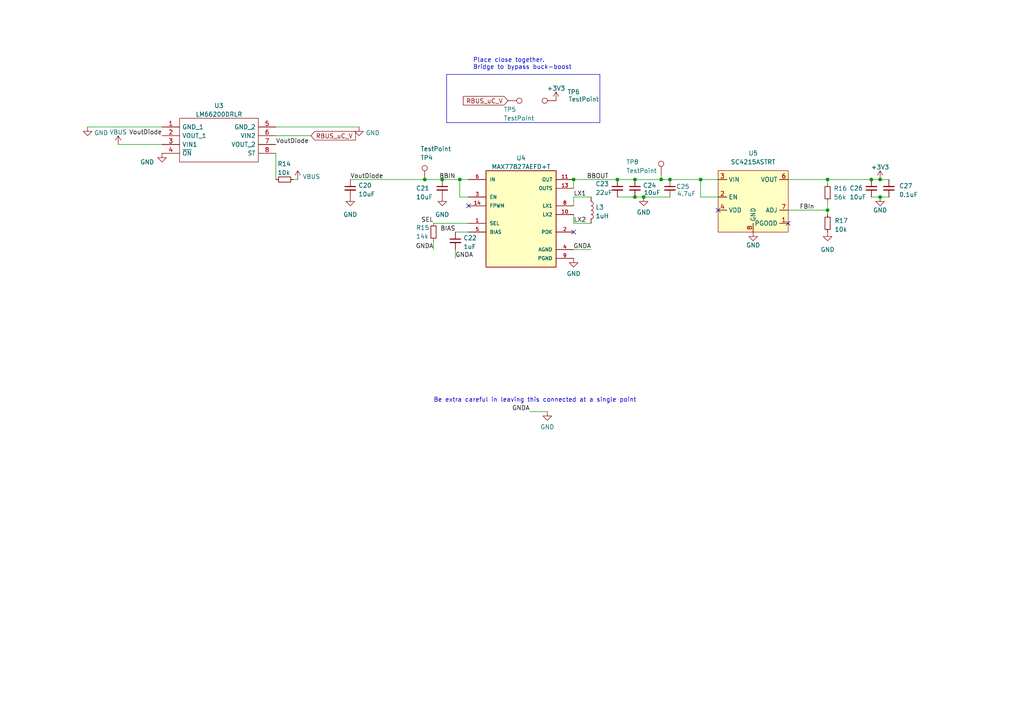
<source format=kicad_sch>
(kicad_sch
	(version 20231120)
	(generator "eeschema")
	(generator_version "8.0")
	(uuid "e9284afa-e324-4762-b662-a428eebcb5c2")
	(paper "A4")
	(lib_symbols
		(symbol "Connector:TestPoint"
			(pin_numbers hide)
			(pin_names
				(offset 0.762) hide)
			(exclude_from_sim no)
			(in_bom yes)
			(on_board yes)
			(property "Reference" "TP"
				(at 0 6.858 0)
				(effects
					(font
						(size 1.27 1.27)
					)
				)
			)
			(property "Value" "TestPoint"
				(at 0 5.08 0)
				(effects
					(font
						(size 1.27 1.27)
					)
				)
			)
			(property "Footprint" ""
				(at 5.08 0 0)
				(effects
					(font
						(size 1.27 1.27)
					)
					(hide yes)
				)
			)
			(property "Datasheet" "~"
				(at 5.08 0 0)
				(effects
					(font
						(size 1.27 1.27)
					)
					(hide yes)
				)
			)
			(property "Description" "test point"
				(at 0 0 0)
				(effects
					(font
						(size 1.27 1.27)
					)
					(hide yes)
				)
			)
			(property "ki_keywords" "test point tp"
				(at 0 0 0)
				(effects
					(font
						(size 1.27 1.27)
					)
					(hide yes)
				)
			)
			(property "ki_fp_filters" "Pin* Test*"
				(at 0 0 0)
				(effects
					(font
						(size 1.27 1.27)
					)
					(hide yes)
				)
			)
			(symbol "TestPoint_0_1"
				(circle
					(center 0 3.302)
					(radius 0.762)
					(stroke
						(width 0)
						(type default)
					)
					(fill
						(type none)
					)
				)
			)
			(symbol "TestPoint_1_1"
				(pin passive line
					(at 0 0 90)
					(length 2.54)
					(name "1"
						(effects
							(font
								(size 1.27 1.27)
							)
						)
					)
					(number "1"
						(effects
							(font
								(size 1.27 1.27)
							)
						)
					)
				)
			)
		)
		(symbol "Device:C_Small"
			(pin_numbers hide)
			(pin_names
				(offset 0.254) hide)
			(exclude_from_sim no)
			(in_bom yes)
			(on_board yes)
			(property "Reference" "C"
				(at 0.254 1.778 0)
				(effects
					(font
						(size 1.27 1.27)
					)
					(justify left)
				)
			)
			(property "Value" "C_Small"
				(at 0.254 -2.032 0)
				(effects
					(font
						(size 1.27 1.27)
					)
					(justify left)
				)
			)
			(property "Footprint" ""
				(at 0 0 0)
				(effects
					(font
						(size 1.27 1.27)
					)
					(hide yes)
				)
			)
			(property "Datasheet" "~"
				(at 0 0 0)
				(effects
					(font
						(size 1.27 1.27)
					)
					(hide yes)
				)
			)
			(property "Description" "Unpolarized capacitor, small symbol"
				(at 0 0 0)
				(effects
					(font
						(size 1.27 1.27)
					)
					(hide yes)
				)
			)
			(property "ki_keywords" "capacitor cap"
				(at 0 0 0)
				(effects
					(font
						(size 1.27 1.27)
					)
					(hide yes)
				)
			)
			(property "ki_fp_filters" "C_*"
				(at 0 0 0)
				(effects
					(font
						(size 1.27 1.27)
					)
					(hide yes)
				)
			)
			(symbol "C_Small_0_1"
				(polyline
					(pts
						(xy -1.524 -0.508) (xy 1.524 -0.508)
					)
					(stroke
						(width 0.3302)
						(type default)
					)
					(fill
						(type none)
					)
				)
				(polyline
					(pts
						(xy -1.524 0.508) (xy 1.524 0.508)
					)
					(stroke
						(width 0.3048)
						(type default)
					)
					(fill
						(type none)
					)
				)
			)
			(symbol "C_Small_1_1"
				(pin passive line
					(at 0 2.54 270)
					(length 2.032)
					(name "~"
						(effects
							(font
								(size 1.27 1.27)
							)
						)
					)
					(number "1"
						(effects
							(font
								(size 1.27 1.27)
							)
						)
					)
				)
				(pin passive line
					(at 0 -2.54 90)
					(length 2.032)
					(name "~"
						(effects
							(font
								(size 1.27 1.27)
							)
						)
					)
					(number "2"
						(effects
							(font
								(size 1.27 1.27)
							)
						)
					)
				)
			)
		)
		(symbol "Device:L"
			(pin_numbers hide)
			(pin_names
				(offset 1.016) hide)
			(exclude_from_sim no)
			(in_bom yes)
			(on_board yes)
			(property "Reference" "L"
				(at -1.27 0 90)
				(effects
					(font
						(size 1.27 1.27)
					)
				)
			)
			(property "Value" "L"
				(at 1.905 0 90)
				(effects
					(font
						(size 1.27 1.27)
					)
				)
			)
			(property "Footprint" ""
				(at 0 0 0)
				(effects
					(font
						(size 1.27 1.27)
					)
					(hide yes)
				)
			)
			(property "Datasheet" "~"
				(at 0 0 0)
				(effects
					(font
						(size 1.27 1.27)
					)
					(hide yes)
				)
			)
			(property "Description" "Inductor"
				(at 0 0 0)
				(effects
					(font
						(size 1.27 1.27)
					)
					(hide yes)
				)
			)
			(property "ki_keywords" "inductor choke coil reactor magnetic"
				(at 0 0 0)
				(effects
					(font
						(size 1.27 1.27)
					)
					(hide yes)
				)
			)
			(property "ki_fp_filters" "Choke_* *Coil* Inductor_* L_*"
				(at 0 0 0)
				(effects
					(font
						(size 1.27 1.27)
					)
					(hide yes)
				)
			)
			(symbol "L_0_1"
				(arc
					(start 0 -2.54)
					(mid 0.6323 -1.905)
					(end 0 -1.27)
					(stroke
						(width 0)
						(type default)
					)
					(fill
						(type none)
					)
				)
				(arc
					(start 0 -1.27)
					(mid 0.6323 -0.635)
					(end 0 0)
					(stroke
						(width 0)
						(type default)
					)
					(fill
						(type none)
					)
				)
				(arc
					(start 0 0)
					(mid 0.6323 0.635)
					(end 0 1.27)
					(stroke
						(width 0)
						(type default)
					)
					(fill
						(type none)
					)
				)
				(arc
					(start 0 1.27)
					(mid 0.6323 1.905)
					(end 0 2.54)
					(stroke
						(width 0)
						(type default)
					)
					(fill
						(type none)
					)
				)
			)
			(symbol "L_1_1"
				(pin passive line
					(at 0 3.81 270)
					(length 1.27)
					(name "1"
						(effects
							(font
								(size 1.27 1.27)
							)
						)
					)
					(number "1"
						(effects
							(font
								(size 1.27 1.27)
							)
						)
					)
				)
				(pin passive line
					(at 0 -3.81 90)
					(length 1.27)
					(name "2"
						(effects
							(font
								(size 1.27 1.27)
							)
						)
					)
					(number "2"
						(effects
							(font
								(size 1.27 1.27)
							)
						)
					)
				)
			)
		)
		(symbol "Device:R_Small"
			(pin_numbers hide)
			(pin_names
				(offset 0.254) hide)
			(exclude_from_sim no)
			(in_bom yes)
			(on_board yes)
			(property "Reference" "R"
				(at 0.762 0.508 0)
				(effects
					(font
						(size 1.27 1.27)
					)
					(justify left)
				)
			)
			(property "Value" "R_Small"
				(at 0.762 -1.016 0)
				(effects
					(font
						(size 1.27 1.27)
					)
					(justify left)
				)
			)
			(property "Footprint" ""
				(at 0 0 0)
				(effects
					(font
						(size 1.27 1.27)
					)
					(hide yes)
				)
			)
			(property "Datasheet" "~"
				(at 0 0 0)
				(effects
					(font
						(size 1.27 1.27)
					)
					(hide yes)
				)
			)
			(property "Description" "Resistor, small symbol"
				(at 0 0 0)
				(effects
					(font
						(size 1.27 1.27)
					)
					(hide yes)
				)
			)
			(property "ki_keywords" "R resistor"
				(at 0 0 0)
				(effects
					(font
						(size 1.27 1.27)
					)
					(hide yes)
				)
			)
			(property "ki_fp_filters" "R_*"
				(at 0 0 0)
				(effects
					(font
						(size 1.27 1.27)
					)
					(hide yes)
				)
			)
			(symbol "R_Small_0_1"
				(rectangle
					(start -0.762 1.778)
					(end 0.762 -1.778)
					(stroke
						(width 0.2032)
						(type default)
					)
					(fill
						(type none)
					)
				)
			)
			(symbol "R_Small_1_1"
				(pin passive line
					(at 0 2.54 270)
					(length 0.762)
					(name "~"
						(effects
							(font
								(size 1.27 1.27)
							)
						)
					)
					(number "1"
						(effects
							(font
								(size 1.27 1.27)
							)
						)
					)
				)
				(pin passive line
					(at 0 -2.54 90)
					(length 0.762)
					(name "~"
						(effects
							(font
								(size 1.27 1.27)
							)
						)
					)
					(number "2"
						(effects
							(font
								(size 1.27 1.27)
							)
						)
					)
				)
			)
		)
		(symbol "iclr:LM66200DRLR"
			(pin_names
				(offset 0.762)
			)
			(exclude_from_sim no)
			(in_bom yes)
			(on_board yes)
			(property "Reference" "U"
				(at 29.21 7.62 0)
				(effects
					(font
						(size 1.27 1.27)
					)
					(justify left)
				)
			)
			(property "Value" "LM66200DRLR"
				(at 29.21 5.08 0)
				(effects
					(font
						(size 1.27 1.27)
					)
					(justify left)
				)
			)
			(property "Footprint" "SOTFL50P160X60-8N"
				(at 29.21 2.54 0)
				(effects
					(font
						(size 1.27 1.27)
					)
					(justify left)
					(hide yes)
				)
			)
			(property "Datasheet" "https://www.ti.com/lit/gpn/lm66200"
				(at 29.21 0 0)
				(effects
					(font
						(size 1.27 1.27)
					)
					(justify left)
					(hide yes)
				)
			)
			(property "Description" "1.6-V to 5.5-V, 40-m, 2.5-A, low-IQ, dual ideal diode"
				(at 29.21 -2.54 0)
				(effects
					(font
						(size 1.27 1.27)
					)
					(justify left)
					(hide yes)
				)
			)
			(property "Height" "0.6"
				(at 29.21 -5.08 0)
				(effects
					(font
						(size 1.27 1.27)
					)
					(justify left)
					(hide yes)
				)
			)
			(property "Manufacturer_Name" "Texas Instruments"
				(at 29.21 -7.62 0)
				(effects
					(font
						(size 1.27 1.27)
					)
					(justify left)
					(hide yes)
				)
			)
			(property "Manufacturer_Part_Number" "LM66200DRLR"
				(at 29.21 -10.16 0)
				(effects
					(font
						(size 1.27 1.27)
					)
					(justify left)
					(hide yes)
				)
			)
			(property "Mouser Part Number" "595-LM66200DRLR"
				(at 29.21 -12.7 0)
				(effects
					(font
						(size 1.27 1.27)
					)
					(justify left)
					(hide yes)
				)
			)
			(property "Mouser Price/Stock" "https://www.mouser.co.uk/ProductDetail/Texas-Instruments/LM66200DRLR?qs=Rp5uXu7WBW90hnpZAkIOdQ%3D%3D"
				(at 29.21 -15.24 0)
				(effects
					(font
						(size 1.27 1.27)
					)
					(justify left)
					(hide yes)
				)
			)
			(property "Arrow Part Number" "LM66200DRLR"
				(at 29.21 -17.78 0)
				(effects
					(font
						(size 1.27 1.27)
					)
					(justify left)
					(hide yes)
				)
			)
			(property "Arrow Price/Stock" "https://www.arrow.com/en/products/lm66200drlr/texas-instruments?region=nac"
				(at 29.21 -20.32 0)
				(effects
					(font
						(size 1.27 1.27)
					)
					(justify left)
					(hide yes)
				)
			)
			(property "Mouser Testing Part Number" ""
				(at 29.21 -22.86 0)
				(effects
					(font
						(size 1.27 1.27)
					)
					(justify left)
					(hide yes)
				)
			)
			(property "Mouser Testing Price/Stock" ""
				(at 29.21 -25.4 0)
				(effects
					(font
						(size 1.27 1.27)
					)
					(justify left)
					(hide yes)
				)
			)
			(symbol "LM66200DRLR_0_0"
				(pin passive line
					(at 0 0 0)
					(length 5.08)
					(name "GND_1"
						(effects
							(font
								(size 1.27 1.27)
							)
						)
					)
					(number "1"
						(effects
							(font
								(size 1.27 1.27)
							)
						)
					)
				)
				(pin passive line
					(at 0 -2.54 0)
					(length 5.08)
					(name "VOUT_1"
						(effects
							(font
								(size 1.27 1.27)
							)
						)
					)
					(number "2"
						(effects
							(font
								(size 1.27 1.27)
							)
						)
					)
				)
				(pin passive line
					(at 0 -5.08 0)
					(length 5.08)
					(name "VIN1"
						(effects
							(font
								(size 1.27 1.27)
							)
						)
					)
					(number "3"
						(effects
							(font
								(size 1.27 1.27)
							)
						)
					)
				)
				(pin passive line
					(at 0 -7.62 0)
					(length 5.08)
					(name "~{ON}"
						(effects
							(font
								(size 1.27 1.27)
							)
						)
					)
					(number "4"
						(effects
							(font
								(size 1.27 1.27)
							)
						)
					)
				)
				(pin passive line
					(at 33.02 0 180)
					(length 5.08)
					(name "GND_2"
						(effects
							(font
								(size 1.27 1.27)
							)
						)
					)
					(number "5"
						(effects
							(font
								(size 1.27 1.27)
							)
						)
					)
				)
				(pin passive line
					(at 33.02 -2.54 180)
					(length 5.08)
					(name "VIN2"
						(effects
							(font
								(size 1.27 1.27)
							)
						)
					)
					(number "6"
						(effects
							(font
								(size 1.27 1.27)
							)
						)
					)
				)
				(pin passive line
					(at 33.02 -5.08 180)
					(length 5.08)
					(name "VOUT_2"
						(effects
							(font
								(size 1.27 1.27)
							)
						)
					)
					(number "7"
						(effects
							(font
								(size 1.27 1.27)
							)
						)
					)
				)
				(pin passive line
					(at 33.02 -7.62 180)
					(length 5.08)
					(name "ST"
						(effects
							(font
								(size 1.27 1.27)
							)
						)
					)
					(number "8"
						(effects
							(font
								(size 1.27 1.27)
							)
						)
					)
				)
			)
			(symbol "LM66200DRLR_0_1"
				(polyline
					(pts
						(xy 5.08 2.54) (xy 27.94 2.54) (xy 27.94 -10.16) (xy 5.08 -10.16) (xy 5.08 2.54)
					)
					(stroke
						(width 0.1524)
						(type default)
					)
					(fill
						(type none)
					)
				)
			)
		)
		(symbol "iclr:MAX77827AEFD+T"
			(pin_names
				(offset 1.016)
			)
			(exclude_from_sim no)
			(in_bom yes)
			(on_board yes)
			(property "Reference" "U?"
				(at -10.16 13.208 0)
				(effects
					(font
						(size 1.27 1.27)
					)
					(justify left bottom)
				)
			)
			(property "Value" "MAX77827AEFD+T"
				(at -10.16 -17.78 0)
				(effects
					(font
						(size 1.27 1.27)
					)
					(justify left bottom)
				)
			)
			(property "Footprint" "CONV_MAX77827AEFD+T"
				(at -6.35 19.05 0)
				(effects
					(font
						(size 1.27 1.27)
					)
					(justify left bottom)
					(hide yes)
				)
			)
			(property "Datasheet" ""
				(at 0 0 0)
				(effects
					(font
						(size 1.27 1.27)
					)
					(justify left bottom)
					(hide yes)
				)
			)
			(property "Description" ""
				(at 0 0 0)
				(effects
					(font
						(size 1.27 1.27)
					)
					(hide yes)
				)
			)
			(property "MANUFACTURER" "Maxim Integrated"
				(at -2.54 16.51 0)
				(effects
					(font
						(size 1.27 1.27)
					)
					(justify left bottom)
					(hide yes)
				)
			)
			(property "MAXIMUM_PACKAGE_HEIGHT" "0.6mm"
				(at 1.27 13.97 0)
				(effects
					(font
						(size 1.27 1.27)
					)
					(justify left bottom)
					(hide yes)
				)
			)
			(property "PARTREV" "B"
				(at 0 15.24 0)
				(effects
					(font
						(size 1.27 1.27)
					)
					(justify left bottom)
					(hide yes)
				)
			)
			(property "STANDARD" "Manufacturer Recommended"
				(at -6.35 19.05 0)
				(effects
					(font
						(size 1.27 1.27)
					)
					(justify left bottom)
					(hide yes)
				)
			)
			(property "ki_locked" ""
				(at 0 0 0)
				(effects
					(font
						(size 1.27 1.27)
					)
				)
			)
			(symbol "MAX77827AEFD+T_0_0"
				(rectangle
					(start -10.16 -15.24)
					(end 10.16 12.7)
					(stroke
						(width 0.254)
						(type default)
					)
					(fill
						(type background)
					)
				)
				(pin passive line
					(at -15.24 -2.54 0)
					(length 5.08)
					(name "SEL"
						(effects
							(font
								(size 1.016 1.016)
							)
						)
					)
					(number "1"
						(effects
							(font
								(size 1.016 1.016)
							)
						)
					)
				)
				(pin passive line
					(at 15.24 0 180)
					(length 5.08)
					(name "LX2"
						(effects
							(font
								(size 1.016 1.016)
							)
						)
					)
					(number "10"
						(effects
							(font
								(size 1.016 1.016)
							)
						)
					)
				)
				(pin output line
					(at 15.24 10.16 180)
					(length 5.08)
					(name "OUT"
						(effects
							(font
								(size 1.016 1.016)
							)
						)
					)
					(number "11"
						(effects
							(font
								(size 1.016 1.016)
							)
						)
					)
				)
				(pin input line
					(at 15.24 7.62 180)
					(length 5.08)
					(name "OUTS"
						(effects
							(font
								(size 1.016 1.016)
							)
						)
					)
					(number "13"
						(effects
							(font
								(size 1.016 1.016)
							)
						)
					)
				)
				(pin input line
					(at -15.24 2.54 0)
					(length 5.08)
					(name "FPWM"
						(effects
							(font
								(size 1.016 1.016)
							)
						)
					)
					(number "14"
						(effects
							(font
								(size 1.016 1.016)
							)
						)
					)
				)
				(pin output line
					(at 15.24 -5.08 180)
					(length 5.08)
					(name "POK"
						(effects
							(font
								(size 1.016 1.016)
							)
						)
					)
					(number "2"
						(effects
							(font
								(size 1.016 1.016)
							)
						)
					)
				)
				(pin input line
					(at -15.24 5.08 0)
					(length 5.08)
					(name "EN"
						(effects
							(font
								(size 1.016 1.016)
							)
						)
					)
					(number "3"
						(effects
							(font
								(size 1.016 1.016)
							)
						)
					)
				)
				(pin power_in line
					(at 15.24 -10.16 180)
					(length 5.08)
					(name "AGND"
						(effects
							(font
								(size 1.016 1.016)
							)
						)
					)
					(number "4"
						(effects
							(font
								(size 1.016 1.016)
							)
						)
					)
				)
				(pin passive line
					(at -15.24 -5.08 0)
					(length 5.08)
					(name "BIAS"
						(effects
							(font
								(size 1.016 1.016)
							)
						)
					)
					(number "5"
						(effects
							(font
								(size 1.016 1.016)
							)
						)
					)
				)
				(pin input line
					(at -15.24 10.16 0)
					(length 5.08)
					(name "IN"
						(effects
							(font
								(size 1.016 1.016)
							)
						)
					)
					(number "6"
						(effects
							(font
								(size 1.016 1.016)
							)
						)
					)
				)
				(pin passive line
					(at 15.24 2.54 180)
					(length 5.08)
					(name "LX1"
						(effects
							(font
								(size 1.016 1.016)
							)
						)
					)
					(number "8"
						(effects
							(font
								(size 1.016 1.016)
							)
						)
					)
				)
				(pin power_in line
					(at 15.24 -12.7 180)
					(length 5.08)
					(name "PGND"
						(effects
							(font
								(size 1.016 1.016)
							)
						)
					)
					(number "9"
						(effects
							(font
								(size 1.016 1.016)
							)
						)
					)
				)
			)
		)
		(symbol "iclr:SC4215ASTRT"
			(exclude_from_sim no)
			(in_bom yes)
			(on_board yes)
			(property "Reference" "U5"
				(at 0 4.8428 0)
				(effects
					(font
						(size 1.27 1.27)
					)
				)
			)
			(property "Value" "SC4215"
				(at 0 2.3059 0)
				(effects
					(font
						(size 1.27 1.27)
					)
				)
			)
			(property "Footprint" "iclr:SOIC127P599X175-9N"
				(at 0 7.366 0)
				(effects
					(font
						(size 1.27 1.27)
					)
					(hide yes)
				)
			)
			(property "Datasheet" ""
				(at 0 5.08 0)
				(effects
					(font
						(size 1.27 1.27)
					)
					(hide yes)
				)
			)
			(property "Description" ""
				(at 0 0 0)
				(effects
					(font
						(size 1.27 1.27)
					)
					(hide yes)
				)
			)
			(symbol "SC4215ASTRT_1_1"
				(rectangle
					(start -10.16 1.27)
					(end 10.16 -16.51)
					(stroke
						(width 0)
						(type default)
					)
					(fill
						(type background)
					)
				)
				(pin output line
					(at 10.16 -13.97 180)
					(length 2.54)
					(name "PGOOD"
						(effects
							(font
								(size 1.27 1.27)
							)
						)
					)
					(number "1"
						(effects
							(font
								(size 1.27 1.27)
							)
						)
					)
				)
				(pin input line
					(at -10.16 -6.35 0)
					(length 2.54)
					(name "EN"
						(effects
							(font
								(size 1.27 1.27)
							)
						)
					)
					(number "2"
						(effects
							(font
								(size 1.27 1.27)
							)
						)
					)
				)
				(pin power_in line
					(at -10.16 -1.27 0)
					(length 2.54)
					(name "VIN"
						(effects
							(font
								(size 1.27 1.27)
							)
						)
					)
					(number "3"
						(effects
							(font
								(size 1.27 1.27)
							)
						)
					)
				)
				(pin input line
					(at -10.16 -10.16 0)
					(length 2.54)
					(name "VDD"
						(effects
							(font
								(size 1.27 1.27)
							)
						)
					)
					(number "4"
						(effects
							(font
								(size 1.27 1.27)
							)
						)
					)
				)
				(pin no_connect line
					(at -10.16 -15.24 0)
					(length 2.54) hide
					(name "NC"
						(effects
							(font
								(size 1.27 1.27)
							)
						)
					)
					(number "5"
						(effects
							(font
								(size 1.27 1.27)
							)
						)
					)
				)
				(pin power_out line
					(at 10.16 -1.27 180)
					(length 2.54)
					(name "VOUT"
						(effects
							(font
								(size 1.27 1.27)
							)
						)
					)
					(number "6"
						(effects
							(font
								(size 1.27 1.27)
							)
						)
					)
				)
				(pin input line
					(at 10.16 -10.16 180)
					(length 2.54)
					(name "ADJ"
						(effects
							(font
								(size 1.27 1.27)
							)
						)
					)
					(number "7"
						(effects
							(font
								(size 1.27 1.27)
							)
						)
					)
				)
				(pin power_out line
					(at 0 -16.51 90)
					(length 2.54)
					(name "GND"
						(effects
							(font
								(size 1.27 1.27)
							)
						)
					)
					(number "8"
						(effects
							(font
								(size 1.27 1.27)
							)
						)
					)
				)
				(pin power_out line
					(at 0 -16.51 90)
					(length 2.54) hide
					(name "GND"
						(effects
							(font
								(size 1.27 1.27)
							)
						)
					)
					(number "9"
						(effects
							(font
								(size 1.27 1.27)
							)
						)
					)
				)
			)
		)
		(symbol "power:+3.3V"
			(power)
			(pin_names
				(offset 0)
			)
			(exclude_from_sim no)
			(in_bom yes)
			(on_board yes)
			(property "Reference" "#PWR"
				(at 0 -3.81 0)
				(effects
					(font
						(size 1.27 1.27)
					)
					(hide yes)
				)
			)
			(property "Value" "+3.3V"
				(at 0 3.556 0)
				(effects
					(font
						(size 1.27 1.27)
					)
				)
			)
			(property "Footprint" ""
				(at 0 0 0)
				(effects
					(font
						(size 1.27 1.27)
					)
					(hide yes)
				)
			)
			(property "Datasheet" ""
				(at 0 0 0)
				(effects
					(font
						(size 1.27 1.27)
					)
					(hide yes)
				)
			)
			(property "Description" "Power symbol creates a global label with name \"+3.3V\""
				(at 0 0 0)
				(effects
					(font
						(size 1.27 1.27)
					)
					(hide yes)
				)
			)
			(property "ki_keywords" "power-flag"
				(at 0 0 0)
				(effects
					(font
						(size 1.27 1.27)
					)
					(hide yes)
				)
			)
			(symbol "+3.3V_0_1"
				(polyline
					(pts
						(xy -0.762 1.27) (xy 0 2.54)
					)
					(stroke
						(width 0)
						(type default)
					)
					(fill
						(type none)
					)
				)
				(polyline
					(pts
						(xy 0 0) (xy 0 2.54)
					)
					(stroke
						(width 0)
						(type default)
					)
					(fill
						(type none)
					)
				)
				(polyline
					(pts
						(xy 0 2.54) (xy 0.762 1.27)
					)
					(stroke
						(width 0)
						(type default)
					)
					(fill
						(type none)
					)
				)
			)
			(symbol "+3.3V_1_1"
				(pin power_in line
					(at 0 0 90)
					(length 0) hide
					(name "+3V3"
						(effects
							(font
								(size 1.27 1.27)
							)
						)
					)
					(number "1"
						(effects
							(font
								(size 1.27 1.27)
							)
						)
					)
				)
			)
		)
		(symbol "power:GND"
			(power)
			(pin_names
				(offset 0)
			)
			(exclude_from_sim no)
			(in_bom yes)
			(on_board yes)
			(property "Reference" "#PWR"
				(at 0 -6.35 0)
				(effects
					(font
						(size 1.27 1.27)
					)
					(hide yes)
				)
			)
			(property "Value" "GND"
				(at 0 -3.81 0)
				(effects
					(font
						(size 1.27 1.27)
					)
				)
			)
			(property "Footprint" ""
				(at 0 0 0)
				(effects
					(font
						(size 1.27 1.27)
					)
					(hide yes)
				)
			)
			(property "Datasheet" ""
				(at 0 0 0)
				(effects
					(font
						(size 1.27 1.27)
					)
					(hide yes)
				)
			)
			(property "Description" "Power symbol creates a global label with name \"GND\" , ground"
				(at 0 0 0)
				(effects
					(font
						(size 1.27 1.27)
					)
					(hide yes)
				)
			)
			(property "ki_keywords" "power-flag"
				(at 0 0 0)
				(effects
					(font
						(size 1.27 1.27)
					)
					(hide yes)
				)
			)
			(symbol "GND_0_1"
				(polyline
					(pts
						(xy 0 0) (xy 0 -1.27) (xy 1.27 -1.27) (xy 0 -2.54) (xy -1.27 -1.27) (xy 0 -1.27)
					)
					(stroke
						(width 0)
						(type default)
					)
					(fill
						(type none)
					)
				)
			)
			(symbol "GND_1_1"
				(pin power_in line
					(at 0 0 270)
					(length 0) hide
					(name "GND"
						(effects
							(font
								(size 1.27 1.27)
							)
						)
					)
					(number "1"
						(effects
							(font
								(size 1.27 1.27)
							)
						)
					)
				)
			)
		)
		(symbol "power:VBUS"
			(power)
			(pin_names
				(offset 0)
			)
			(exclude_from_sim no)
			(in_bom yes)
			(on_board yes)
			(property "Reference" "#PWR"
				(at 0 -3.81 0)
				(effects
					(font
						(size 1.27 1.27)
					)
					(hide yes)
				)
			)
			(property "Value" "VBUS"
				(at 0 3.81 0)
				(effects
					(font
						(size 1.27 1.27)
					)
				)
			)
			(property "Footprint" ""
				(at 0 0 0)
				(effects
					(font
						(size 1.27 1.27)
					)
					(hide yes)
				)
			)
			(property "Datasheet" ""
				(at 0 0 0)
				(effects
					(font
						(size 1.27 1.27)
					)
					(hide yes)
				)
			)
			(property "Description" "Power symbol creates a global label with name \"VBUS\""
				(at 0 0 0)
				(effects
					(font
						(size 1.27 1.27)
					)
					(hide yes)
				)
			)
			(property "ki_keywords" "power-flag"
				(at 0 0 0)
				(effects
					(font
						(size 1.27 1.27)
					)
					(hide yes)
				)
			)
			(symbol "VBUS_0_1"
				(polyline
					(pts
						(xy -0.762 1.27) (xy 0 2.54)
					)
					(stroke
						(width 0)
						(type default)
					)
					(fill
						(type none)
					)
				)
				(polyline
					(pts
						(xy 0 0) (xy 0 2.54)
					)
					(stroke
						(width 0)
						(type default)
					)
					(fill
						(type none)
					)
				)
				(polyline
					(pts
						(xy 0 2.54) (xy 0.762 1.27)
					)
					(stroke
						(width 0)
						(type default)
					)
					(fill
						(type none)
					)
				)
			)
			(symbol "VBUS_1_1"
				(pin power_in line
					(at 0 0 90)
					(length 0) hide
					(name "VBUS"
						(effects
							(font
								(size 1.27 1.27)
							)
						)
					)
					(number "1"
						(effects
							(font
								(size 1.27 1.27)
							)
						)
					)
				)
			)
		)
	)
	(junction
		(at 184.15 52.07)
		(diameter 0)
		(color 0 0 0 0)
		(uuid "025e695d-8e2d-4de8-acab-7a162cc26168")
	)
	(junction
		(at 240.03 52.07)
		(diameter 0)
		(color 0 0 0 0)
		(uuid "059bcba6-280b-40eb-ab89-3dc5aee13437")
	)
	(junction
		(at 255.27 52.07)
		(diameter 0)
		(color 0 0 0 0)
		(uuid "06d56029-c268-415d-bc15-322ae67002fd")
	)
	(junction
		(at 191.77 52.07)
		(diameter 0)
		(color 0 0 0 0)
		(uuid "14e6f865-9c0a-49ea-b81b-07711ade0119")
	)
	(junction
		(at 186.69 57.15)
		(diameter 0)
		(color 0 0 0 0)
		(uuid "19e29c7d-2497-4378-be9c-d7dd5740c97b")
	)
	(junction
		(at 128.27 52.07)
		(diameter 0)
		(color 0 0 0 0)
		(uuid "43fb0a3d-a75c-4a89-929f-3bfabd56e48f")
	)
	(junction
		(at 252.73 52.07)
		(diameter 0)
		(color 0 0 0 0)
		(uuid "8179b66d-1f6d-4cd3-85ac-0088c17d8ab7")
	)
	(junction
		(at 194.31 52.07)
		(diameter 0)
		(color 0 0 0 0)
		(uuid "8ec9933a-dea5-4a2f-9b22-74f5bbc005c9")
	)
	(junction
		(at 255.27 57.15)
		(diameter 0)
		(color 0 0 0 0)
		(uuid "91d76694-39de-439c-9769-c81f38ae49dc")
	)
	(junction
		(at 203.2 52.07)
		(diameter 0)
		(color 0 0 0 0)
		(uuid "9a68817b-074f-4982-920f-d9ddf4b44915")
	)
	(junction
		(at 166.37 52.07)
		(diameter 0)
		(color 0 0 0 0)
		(uuid "9e9dab12-0d16-47c5-9925-9d9e8d96d07f")
	)
	(junction
		(at 123.19 52.07)
		(diameter 0)
		(color 0 0 0 0)
		(uuid "a3b44a8c-bdb8-452c-89dd-c0f91112399f")
	)
	(junction
		(at 240.03 60.96)
		(diameter 0)
		(color 0 0 0 0)
		(uuid "b05e221d-8c57-4ef8-8975-519b7161da98")
	)
	(junction
		(at 133.35 52.07)
		(diameter 0)
		(color 0 0 0 0)
		(uuid "c11ca3bc-a8bb-430a-9e10-289b52cce878")
	)
	(junction
		(at 179.07 52.07)
		(diameter 0)
		(color 0 0 0 0)
		(uuid "e7ba0df4-f5bc-485a-89ed-b04588169d85")
	)
	(junction
		(at 184.15 57.15)
		(diameter 0)
		(color 0 0 0 0)
		(uuid "f79e57c7-0e3c-4c62-8d9c-1df18cf27b2b")
	)
	(no_connect
		(at 166.37 67.31)
		(uuid "53807c26-4c3b-4a33-9e89-8f68b4e2bcb2")
	)
	(no_connect
		(at 135.89 59.69)
		(uuid "7d5ef869-90ac-4f40-91fc-2deb9689e3d1")
	)
	(no_connect
		(at 208.28 60.96)
		(uuid "8fcd5016-c2cf-4b75-a85c-a5ca6376e266")
	)
	(no_connect
		(at 228.6 64.77)
		(uuid "c2d351a7-a4dd-4b9d-a118-bc2023d132d4")
	)
	(wire
		(pts
			(xy 80.01 52.07) (xy 80.01 44.45)
		)
		(stroke
			(width 0)
			(type default)
		)
		(uuid "069e75c7-38b4-4c61-9b2b-d26f0784bfa9")
	)
	(polyline
		(pts
			(xy 129.54 21.59) (xy 129.54 35.56)
		)
		(stroke
			(width 0)
			(type default)
		)
		(uuid "0c137dcf-8a66-441f-befa-c78fe501541b")
	)
	(wire
		(pts
			(xy 133.35 57.15) (xy 135.89 57.15)
		)
		(stroke
			(width 0)
			(type default)
		)
		(uuid "0ce0f0b7-ef43-4a90-95fe-6b7b2b7912e3")
	)
	(wire
		(pts
			(xy 104.14 36.83) (xy 80.01 36.83)
		)
		(stroke
			(width 0)
			(type default)
		)
		(uuid "0d07cbbe-592b-417c-af7f-93b278caf359")
	)
	(wire
		(pts
			(xy 166.37 52.07) (xy 179.07 52.07)
		)
		(stroke
			(width 0)
			(type default)
		)
		(uuid "122b2869-b8ec-4c49-ab98-3e0d5323bb2d")
	)
	(wire
		(pts
			(xy 179.07 52.07) (xy 184.15 52.07)
		)
		(stroke
			(width 0)
			(type default)
		)
		(uuid "18562939-7ae5-4144-9840-599fb6adc5e9")
	)
	(wire
		(pts
			(xy 240.03 52.07) (xy 240.03 53.34)
		)
		(stroke
			(width 0)
			(type default)
		)
		(uuid "1d4ca962-27f2-481a-84d5-0628d75d2352")
	)
	(wire
		(pts
			(xy 166.37 57.15) (xy 171.45 57.15)
		)
		(stroke
			(width 0)
			(type default)
		)
		(uuid "20fd74e8-e3dc-492f-8d46-fab70914d5e5")
	)
	(wire
		(pts
			(xy 179.07 57.15) (xy 184.15 57.15)
		)
		(stroke
			(width 0)
			(type default)
		)
		(uuid "2c600a77-60ab-41dd-b34a-e4df0c47849e")
	)
	(wire
		(pts
			(xy 228.6 52.07) (xy 240.03 52.07)
		)
		(stroke
			(width 0)
			(type default)
		)
		(uuid "317d8efb-eacf-4dbb-965e-f732dc345d8c")
	)
	(wire
		(pts
			(xy 166.37 64.77) (xy 166.37 62.23)
		)
		(stroke
			(width 0)
			(type default)
		)
		(uuid "328aa6d3-da7a-4325-a9a1-e925b01efab3")
	)
	(wire
		(pts
			(xy 194.31 52.07) (xy 203.2 52.07)
		)
		(stroke
			(width 0)
			(type default)
		)
		(uuid "387e88d5-12f7-4406-9187-6916bec744b1")
	)
	(wire
		(pts
			(xy 125.73 64.77) (xy 135.89 64.77)
		)
		(stroke
			(width 0)
			(type default)
		)
		(uuid "48ea0a96-489c-4f5f-9567-57b93d7a7c28")
	)
	(wire
		(pts
			(xy 166.37 72.39) (xy 171.45 72.39)
		)
		(stroke
			(width 0)
			(type default)
		)
		(uuid "499a9f82-3aab-4f4d-b35f-ff7f0e691b21")
	)
	(wire
		(pts
			(xy 191.77 52.07) (xy 194.31 52.07)
		)
		(stroke
			(width 0)
			(type default)
		)
		(uuid "4eb4ab8d-2bf2-482e-a421-0cdbdb6244e4")
	)
	(wire
		(pts
			(xy 240.03 58.42) (xy 240.03 60.96)
		)
		(stroke
			(width 0)
			(type default)
		)
		(uuid "520088cf-b918-4091-83c9-40102fcba2d8")
	)
	(wire
		(pts
			(xy 166.37 59.69) (xy 166.37 57.15)
		)
		(stroke
			(width 0)
			(type default)
		)
		(uuid "54d0b93a-ed98-4e03-bfbf-76e3073701f9")
	)
	(wire
		(pts
			(xy 191.77 50.8) (xy 191.77 52.07)
		)
		(stroke
			(width 0)
			(type default)
		)
		(uuid "6249e04b-f43c-4872-973a-ad0605d93f47")
	)
	(wire
		(pts
			(xy 184.15 52.07) (xy 191.77 52.07)
		)
		(stroke
			(width 0)
			(type default)
		)
		(uuid "63eaf0a3-6d99-4d02-9521-aa50c3a316f2")
	)
	(wire
		(pts
			(xy 252.73 57.15) (xy 255.27 57.15)
		)
		(stroke
			(width 0)
			(type default)
		)
		(uuid "6e853dfc-ebac-4a7e-8d41-4767e570c51e")
	)
	(wire
		(pts
			(xy 133.35 52.07) (xy 133.35 57.15)
		)
		(stroke
			(width 0)
			(type default)
		)
		(uuid "71914f4a-ed80-4341-be43-e93b9bf12d2a")
	)
	(wire
		(pts
			(xy 123.19 52.07) (xy 128.27 52.07)
		)
		(stroke
			(width 0)
			(type default)
		)
		(uuid "7842b8a8-fd2e-411a-bf1b-26c94d337b44")
	)
	(wire
		(pts
			(xy 186.69 57.15) (xy 194.31 57.15)
		)
		(stroke
			(width 0)
			(type default)
		)
		(uuid "78687c83-9941-45a6-9218-eaf262d35659")
	)
	(wire
		(pts
			(xy 125.73 72.39) (xy 125.73 69.85)
		)
		(stroke
			(width 0)
			(type default)
		)
		(uuid "7d3200f3-1d13-4f29-9238-5767988c515f")
	)
	(wire
		(pts
			(xy 208.28 57.15) (xy 203.2 57.15)
		)
		(stroke
			(width 0)
			(type default)
		)
		(uuid "7df5666a-bae5-4221-ad05-696a8d438e8e")
	)
	(wire
		(pts
			(xy 228.6 60.96) (xy 240.03 60.96)
		)
		(stroke
			(width 0)
			(type default)
		)
		(uuid "8079d4db-5c65-4476-9e79-3fd6aa692d53")
	)
	(wire
		(pts
			(xy 171.45 64.77) (xy 166.37 64.77)
		)
		(stroke
			(width 0)
			(type default)
		)
		(uuid "86748bba-867f-45cb-9f85-1a5c751a7da5")
	)
	(wire
		(pts
			(xy 255.27 57.15) (xy 257.81 57.15)
		)
		(stroke
			(width 0)
			(type default)
		)
		(uuid "86bc36d8-21b7-4562-997f-bc02acac9692")
	)
	(wire
		(pts
			(xy 25.4 36.83) (xy 46.99 36.83)
		)
		(stroke
			(width 0)
			(type default)
		)
		(uuid "8ebf6fcc-4ea7-4e54-85c1-8337fb6c858c")
	)
	(wire
		(pts
			(xy 34.29 41.91) (xy 46.99 41.91)
		)
		(stroke
			(width 0)
			(type default)
		)
		(uuid "964d1527-78d9-4cd8-8981-b6177799faa6")
	)
	(wire
		(pts
			(xy 101.6 52.07) (xy 123.19 52.07)
		)
		(stroke
			(width 0)
			(type default)
		)
		(uuid "9829648d-2745-423f-9717-bb2c77f4bc12")
	)
	(wire
		(pts
			(xy 186.69 57.15) (xy 184.15 57.15)
		)
		(stroke
			(width 0)
			(type default)
		)
		(uuid "9bb1b466-6f6b-404a-ae7b-8a8177578908")
	)
	(polyline
		(pts
			(xy 173.99 35.56) (xy 129.54 35.56)
		)
		(stroke
			(width 0)
			(type default)
		)
		(uuid "9cdb0461-bc94-4501-affd-22d54b141994")
	)
	(polyline
		(pts
			(xy 173.99 21.59) (xy 173.99 35.56)
		)
		(stroke
			(width 0)
			(type default)
		)
		(uuid "9f46b781-ea4a-4e83-9037-a4f56c170db1")
	)
	(wire
		(pts
			(xy 153.67 119.38) (xy 158.75 119.38)
		)
		(stroke
			(width 0)
			(type default)
		)
		(uuid "a88f867b-5b76-4679-864a-ca83d6af997b")
	)
	(wire
		(pts
			(xy 128.27 52.07) (xy 133.35 52.07)
		)
		(stroke
			(width 0)
			(type default)
		)
		(uuid "acdfba8e-0438-4355-babd-7f18f0a9d336")
	)
	(wire
		(pts
			(xy 86.36 52.07) (xy 85.09 52.07)
		)
		(stroke
			(width 0)
			(type default)
		)
		(uuid "ae05633a-c1f7-4b5a-b3af-512a8729943c")
	)
	(polyline
		(pts
			(xy 129.54 21.59) (xy 173.99 21.59)
		)
		(stroke
			(width 0)
			(type default)
		)
		(uuid "b41836e0-06b3-4a3f-b6c4-27114c233ee8")
	)
	(wire
		(pts
			(xy 166.37 54.61) (xy 166.37 52.07)
		)
		(stroke
			(width 0)
			(type default)
		)
		(uuid "bba4a38e-2acc-4416-9232-092f7d6a876e")
	)
	(wire
		(pts
			(xy 132.08 67.31) (xy 135.89 67.31)
		)
		(stroke
			(width 0)
			(type default)
		)
		(uuid "c03c2ae5-721b-4064-80c3-93d26df1d30a")
	)
	(wire
		(pts
			(xy 255.27 52.07) (xy 252.73 52.07)
		)
		(stroke
			(width 0)
			(type default)
		)
		(uuid "c8299a21-d52e-46a3-bf35-a90f56707cfe")
	)
	(wire
		(pts
			(xy 133.35 52.07) (xy 135.89 52.07)
		)
		(stroke
			(width 0)
			(type default)
		)
		(uuid "c9a3154e-f650-4dd4-8f78-0540978414f7")
	)
	(wire
		(pts
			(xy 255.27 52.07) (xy 257.81 52.07)
		)
		(stroke
			(width 0)
			(type default)
		)
		(uuid "d01434dc-72a8-4594-a021-8cf426d84af8")
	)
	(wire
		(pts
			(xy 90.17 39.37) (xy 80.01 39.37)
		)
		(stroke
			(width 0)
			(type default)
		)
		(uuid "d21bb4f3-d8fa-457f-87e5-0c9117c8c3c6")
	)
	(wire
		(pts
			(xy 240.03 60.96) (xy 240.03 62.23)
		)
		(stroke
			(width 0)
			(type default)
		)
		(uuid "d4298c3c-c451-45e7-b752-30c5ba6276b3")
	)
	(wire
		(pts
			(xy 203.2 57.15) (xy 203.2 52.07)
		)
		(stroke
			(width 0)
			(type default)
		)
		(uuid "e4c375ef-8120-49ec-812d-58f0de52f8ec")
	)
	(wire
		(pts
			(xy 203.2 52.07) (xy 208.28 52.07)
		)
		(stroke
			(width 0)
			(type default)
		)
		(uuid "e6b98fba-ecef-4c56-a15f-4357306c842d")
	)
	(wire
		(pts
			(xy 240.03 52.07) (xy 252.73 52.07)
		)
		(stroke
			(width 0)
			(type default)
		)
		(uuid "e9cf90f2-f40a-4e43-9dad-8eb07c30d184")
	)
	(wire
		(pts
			(xy 132.08 74.93) (xy 132.08 72.39)
		)
		(stroke
			(width 0)
			(type default)
		)
		(uuid "f5a83c90-a4ca-4c24-befa-5d98f0f52797")
	)
	(text "Place close together.\nBridge to bypass buck-boost\n"
		(exclude_from_sim no)
		(at 137.16 20.32 0)
		(effects
			(font
				(size 1.27 1.27)
			)
			(justify left bottom)
		)
		(uuid "3a7937d4-d5a9-42a6-95f5-07bc88fba704")
	)
	(text "Be extra careful in leaving this connected at a single point\n"
		(exclude_from_sim no)
		(at 125.73 116.84 0)
		(effects
			(font
				(size 1.27 1.27)
			)
			(justify left bottom)
		)
		(uuid "ddceb510-327a-43ec-a3b4-861d6a13866d")
	)
	(label "VoutDiode"
		(at 80.01 41.91 0)
		(fields_autoplaced yes)
		(effects
			(font
				(size 1.27 1.27)
			)
			(justify left bottom)
		)
		(uuid "0ec526c7-6ea5-4f80-b884-0d8169b753b1")
	)
	(label "GNDA"
		(at 132.08 74.93 0)
		(fields_autoplaced yes)
		(effects
			(font
				(size 1.27 1.27)
			)
			(justify left bottom)
		)
		(uuid "33e483e1-28ce-477f-8e1a-90f7633c989b")
	)
	(label "VoutDiode"
		(at 46.99 39.37 180)
		(fields_autoplaced yes)
		(effects
			(font
				(size 1.27 1.27)
			)
			(justify right bottom)
		)
		(uuid "496c2a81-d5aa-4c30-b8c7-3198f4d6f74a")
	)
	(label "FBIn"
		(at 236.22 60.96 180)
		(fields_autoplaced yes)
		(effects
			(font
				(size 1.27 1.27)
			)
			(justify right bottom)
		)
		(uuid "5fbcac91-7bf8-4d32-af8a-02e5f7688a48")
	)
	(label "BIAS"
		(at 132.08 67.31 180)
		(fields_autoplaced yes)
		(effects
			(font
				(size 1.27 1.27)
			)
			(justify right bottom)
		)
		(uuid "60e37982-1fa9-47a9-b417-587a3fe7ceb9")
	)
	(label "LX2"
		(at 166.37 64.77 0)
		(fields_autoplaced yes)
		(effects
			(font
				(size 1.27 1.27)
			)
			(justify left bottom)
		)
		(uuid "7b61fba6-6c58-4e67-b708-44bfeafe212e")
	)
	(label "GNDA"
		(at 153.67 119.38 180)
		(fields_autoplaced yes)
		(effects
			(font
				(size 1.27 1.27)
			)
			(justify right bottom)
		)
		(uuid "7da82053-ba3b-46bf-b2cc-08b410b5dbbd")
	)
	(label "GNDA"
		(at 125.73 72.39 180)
		(fields_autoplaced yes)
		(effects
			(font
				(size 1.27 1.27)
			)
			(justify right bottom)
		)
		(uuid "7e783541-0e95-4709-9e7d-1ab38887bfc3")
	)
	(label "SEL"
		(at 125.73 64.77 180)
		(fields_autoplaced yes)
		(effects
			(font
				(size 1.27 1.27)
			)
			(justify right bottom)
		)
		(uuid "8a02467e-d38c-4404-a183-5535d785675e")
	)
	(label "VoutDiode"
		(at 101.6 52.07 0)
		(fields_autoplaced yes)
		(effects
			(font
				(size 1.27 1.27)
			)
			(justify left bottom)
		)
		(uuid "9d432cc0-84e4-4801-b74a-6d1d1c8e0f6e")
	)
	(label "GNDA"
		(at 171.45 72.39 180)
		(fields_autoplaced yes)
		(effects
			(font
				(size 1.27 1.27)
			)
			(justify right bottom)
		)
		(uuid "a787de0b-7ccc-4147-b23c-b19cab72577e")
	)
	(label "BBOUT"
		(at 170.18 52.07 0)
		(fields_autoplaced yes)
		(effects
			(font
				(size 1.27 1.27)
			)
			(justify left bottom)
		)
		(uuid "b4020e3b-82a8-4f84-b714-bf5860c1d263")
	)
	(label "LX1"
		(at 166.37 57.15 0)
		(fields_autoplaced yes)
		(effects
			(font
				(size 1.27 1.27)
			)
			(justify left bottom)
		)
		(uuid "e1fd3ae5-96a2-49d4-8023-84843f0218d9")
	)
	(label "BBIN"
		(at 132.08 52.07 180)
		(fields_autoplaced yes)
		(effects
			(font
				(size 1.27 1.27)
			)
			(justify right bottom)
		)
		(uuid "f6552616-3e16-4f1d-8d96-a50fa9e83030")
	)
	(global_label "RBUS_uC_V"
		(shape input)
		(at 147.32 29.21 180)
		(fields_autoplaced yes)
		(effects
			(font
				(size 1.27 1.27)
			)
			(justify right)
		)
		(uuid "8d8323d3-7cbe-4936-9929-96c8416b91d5")
		(property "Intersheetrefs" "${INTERSHEET_REFS}"
			(at 134.4729 29.1306 0)
			(effects
				(font
					(size 1.27 1.27)
				)
				(justify right)
				(hide yes)
			)
		)
	)
	(global_label "RBUS_uC_V"
		(shape input)
		(at 90.17 39.37 0)
		(fields_autoplaced yes)
		(effects
			(font
				(size 1.27 1.27)
			)
			(justify left)
		)
		(uuid "fa70bd12-03a5-4c86-a4a3-bff8b0094b6c")
		(property "Intersheetrefs" "${INTERSHEET_REFS}"
			(at 103.0171 39.4494 0)
			(effects
				(font
					(size 1.27 1.27)
				)
				(justify left)
				(hide yes)
			)
		)
	)
	(symbol
		(lib_id "power:+3.3V")
		(at 161.29 29.21 0)
		(unit 1)
		(exclude_from_sim no)
		(in_bom yes)
		(on_board yes)
		(dnp no)
		(fields_autoplaced yes)
		(uuid "01fcc328-e73e-43dc-b2ab-acd21c5b0bd6")
		(property "Reference" "#PWR043"
			(at 161.29 33.02 0)
			(effects
				(font
					(size 1.27 1.27)
				)
				(hide yes)
			)
		)
		(property "Value" "+3V3"
			(at 161.29 25.6342 0)
			(effects
				(font
					(size 1.27 1.27)
				)
			)
		)
		(property "Footprint" ""
			(at 161.29 29.21 0)
			(effects
				(font
					(size 1.27 1.27)
				)
				(hide yes)
			)
		)
		(property "Datasheet" ""
			(at 161.29 29.21 0)
			(effects
				(font
					(size 1.27 1.27)
				)
				(hide yes)
			)
		)
		(property "Description" ""
			(at 161.29 29.21 0)
			(effects
				(font
					(size 1.27 1.27)
				)
				(hide yes)
			)
		)
		(pin "1"
			(uuid "7cdf4ed6-00ba-46ce-a304-48e5fb33a313")
		)
		(instances
			(project "RicardoTemplate"
				(path "/7db990e4-92e1-4f99-b4d2-435bbec1ba83/48a413b4-b7c2-44ac-971c-583c31b73475"
					(reference "#PWR043")
					(unit 1)
				)
			)
		)
	)
	(symbol
		(lib_id "iclr:LM66200DRLR")
		(at 46.99 36.83 0)
		(unit 1)
		(exclude_from_sim no)
		(in_bom yes)
		(on_board yes)
		(dnp no)
		(fields_autoplaced yes)
		(uuid "067fcbdc-a037-45c7-a11e-fa748d280ce6")
		(property "Reference" "U3"
			(at 63.5 30.641 0)
			(effects
				(font
					(size 1.27 1.27)
				)
			)
		)
		(property "Value" "LM66200DRLR"
			(at 63.5 33.1779 0)
			(effects
				(font
					(size 1.27 1.27)
				)
			)
		)
		(property "Footprint" "iclr:SOTFL50P160X60-8N"
			(at 76.2 34.29 0)
			(effects
				(font
					(size 1.27 1.27)
				)
				(justify left)
				(hide yes)
			)
		)
		(property "Datasheet" "https://www.ti.com/lit/gpn/lm66200"
			(at 76.2 36.83 0)
			(effects
				(font
					(size 1.27 1.27)
				)
				(justify left)
				(hide yes)
			)
		)
		(property "Description" "1.6-V to 5.5-V, 40-m, 2.5-A, low-IQ, dual ideal diode"
			(at 76.2 39.37 0)
			(effects
				(font
					(size 1.27 1.27)
				)
				(justify left)
				(hide yes)
			)
		)
		(property "Height" "0.6"
			(at 76.2 41.91 0)
			(effects
				(font
					(size 1.27 1.27)
				)
				(justify left)
				(hide yes)
			)
		)
		(property "Manufacturer_Name" "Texas Instruments"
			(at 76.2 44.45 0)
			(effects
				(font
					(size 1.27 1.27)
				)
				(justify left)
				(hide yes)
			)
		)
		(property "Manufacturer_Part_Number" "LM66200DRLR"
			(at 76.2 46.99 0)
			(effects
				(font
					(size 1.27 1.27)
				)
				(justify left)
				(hide yes)
			)
		)
		(property "Mouser Part Number" "595-LM66200DRLR"
			(at 76.2 49.53 0)
			(effects
				(font
					(size 1.27 1.27)
				)
				(justify left)
				(hide yes)
			)
		)
		(property "Mouser Price/Stock" "https://www.mouser.co.uk/ProductDetail/Texas-Instruments/LM66200DRLR?qs=Rp5uXu7WBW90hnpZAkIOdQ%3D%3D"
			(at 76.2 52.07 0)
			(effects
				(font
					(size 1.27 1.27)
				)
				(justify left)
				(hide yes)
			)
		)
		(property "Arrow Part Number" "LM66200DRLR"
			(at 76.2 54.61 0)
			(effects
				(font
					(size 1.27 1.27)
				)
				(justify left)
				(hide yes)
			)
		)
		(property "Arrow Price/Stock" "https://www.arrow.com/en/products/lm66200drlr/texas-instruments?region=nac"
			(at 76.2 57.15 0)
			(effects
				(font
					(size 1.27 1.27)
				)
				(justify left)
				(hide yes)
			)
		)
		(property "Mouser Testing Part Number" ""
			(at 76.2 59.69 0)
			(effects
				(font
					(size 1.27 1.27)
				)
				(justify left)
				(hide yes)
			)
		)
		(property "Mouser Testing Price/Stock" ""
			(at 76.2 62.23 0)
			(effects
				(font
					(size 1.27 1.27)
				)
				(justify left)
				(hide yes)
			)
		)
		(pin "1"
			(uuid "de04ed22-8bf6-4aa8-b9aa-bac93e62329f")
		)
		(pin "2"
			(uuid "c10836e3-7f96-402e-a4fc-765ae419f0e1")
		)
		(pin "3"
			(uuid "eb0aba89-2a8c-48c7-bfb3-d9665cf0f875")
		)
		(pin "4"
			(uuid "4eaa0c19-20d0-4a63-809b-b4ca2a01a3d7")
		)
		(pin "5"
			(uuid "8d12963f-ba87-4425-9f8f-437662278e72")
		)
		(pin "6"
			(uuid "2f011149-03f4-40e4-9b35-ac19d5c6054f")
		)
		(pin "7"
			(uuid "2826ff95-9ad9-4206-9c8a-66019c48ab44")
		)
		(pin "8"
			(uuid "5fc0c83c-d5ba-486c-becb-4dfeff9996e6")
		)
		(instances
			(project "RicardoTemplate"
				(path "/7db990e4-92e1-4f99-b4d2-435bbec1ba83/48a413b4-b7c2-44ac-971c-583c31b73475"
					(reference "U3")
					(unit 1)
				)
			)
		)
	)
	(symbol
		(lib_id "Connector:TestPoint")
		(at 191.77 50.8 0)
		(unit 1)
		(exclude_from_sim no)
		(in_bom yes)
		(on_board yes)
		(dnp no)
		(uuid "0870865b-0b96-41ff-bd58-be45e025f47e")
		(property "Reference" "TP8"
			(at 181.61 46.99 0)
			(effects
				(font
					(size 1.27 1.27)
				)
				(justify left)
			)
		)
		(property "Value" "TestPoint"
			(at 181.61 49.5269 0)
			(effects
				(font
					(size 1.27 1.27)
				)
				(justify left)
			)
		)
		(property "Footprint" "TestPoint:TestPoint_Pad_D1.5mm"
			(at 196.85 50.8 0)
			(effects
				(font
					(size 1.27 1.27)
				)
				(hide yes)
			)
		)
		(property "Datasheet" "~"
			(at 196.85 50.8 0)
			(effects
				(font
					(size 1.27 1.27)
				)
				(hide yes)
			)
		)
		(property "Description" ""
			(at 191.77 50.8 0)
			(effects
				(font
					(size 1.27 1.27)
				)
				(hide yes)
			)
		)
		(pin "1"
			(uuid "24e58f77-95c6-40c0-9248-343ffdaa6bdc")
		)
		(instances
			(project "RicardoTemplate"
				(path "/7db990e4-92e1-4f99-b4d2-435bbec1ba83/48a413b4-b7c2-44ac-971c-583c31b73475"
					(reference "TP8")
					(unit 1)
				)
			)
		)
	)
	(symbol
		(lib_id "Device:R_Small")
		(at 125.73 67.31 0)
		(unit 1)
		(exclude_from_sim no)
		(in_bom yes)
		(on_board yes)
		(dnp no)
		(uuid "0a4b1e49-b2d0-4006-98bb-6b145ad5a71e")
		(property "Reference" "R15"
			(at 120.65 66.04 0)
			(effects
				(font
					(size 1.27 1.27)
				)
				(justify left)
			)
		)
		(property "Value" "14k"
			(at 120.65 68.5769 0)
			(effects
				(font
					(size 1.27 1.27)
				)
				(justify left)
			)
		)
		(property "Footprint" "Resistor_SMD:R_0402_1005Metric"
			(at 125.73 67.31 0)
			(effects
				(font
					(size 1.27 1.27)
				)
				(hide yes)
			)
		)
		(property "Datasheet" "~"
			(at 125.73 67.31 0)
			(effects
				(font
					(size 1.27 1.27)
				)
				(hide yes)
			)
		)
		(property "Description" ""
			(at 125.73 67.31 0)
			(effects
				(font
					(size 1.27 1.27)
				)
				(hide yes)
			)
		)
		(pin "1"
			(uuid "90a13044-e550-43a5-a130-a0233e0304d3")
		)
		(pin "2"
			(uuid "c26a6974-7142-4fc6-b347-8dd9733c47dd")
		)
		(instances
			(project "RicardoTemplate"
				(path "/7db990e4-92e1-4f99-b4d2-435bbec1ba83/48a413b4-b7c2-44ac-971c-583c31b73475"
					(reference "R15")
					(unit 1)
				)
			)
		)
	)
	(symbol
		(lib_id "Device:C_Small")
		(at 257.81 54.61 180)
		(unit 1)
		(exclude_from_sim no)
		(in_bom yes)
		(on_board yes)
		(dnp no)
		(uuid "1056b828-2aea-4271-b8c6-627303237fb2")
		(property "Reference" "C27"
			(at 260.7683 53.9154 0)
			(effects
				(font
					(size 1.27 1.27)
				)
				(justify right)
			)
		)
		(property "Value" "0.1uF"
			(at 260.7683 56.4554 0)
			(effects
				(font
					(size 1.27 1.27)
				)
				(justify right)
			)
		)
		(property "Footprint" "Capacitor_SMD:C_0402_1005Metric"
			(at 257.81 54.61 0)
			(effects
				(font
					(size 1.27 1.27)
				)
				(hide yes)
			)
		)
		(property "Datasheet" "~"
			(at 257.81 54.61 0)
			(effects
				(font
					(size 1.27 1.27)
				)
				(hide yes)
			)
		)
		(property "Description" ""
			(at 257.81 54.61 0)
			(effects
				(font
					(size 1.27 1.27)
				)
				(hide yes)
			)
		)
		(pin "1"
			(uuid "811d120f-b1b3-407d-8f9c-95cc52f092e1")
		)
		(pin "2"
			(uuid "10a5749b-ea11-4c40-b878-5e16f219e60a")
		)
		(instances
			(project "RicardoTemplate"
				(path "/7db990e4-92e1-4f99-b4d2-435bbec1ba83/48a413b4-b7c2-44ac-971c-583c31b73475"
					(reference "C27")
					(unit 1)
				)
			)
		)
	)
	(symbol
		(lib_id "Connector:TestPoint")
		(at 147.32 29.21 270)
		(unit 1)
		(exclude_from_sim no)
		(in_bom yes)
		(on_board yes)
		(dnp no)
		(uuid "191a622e-bbb5-4124-b7c1-abd7ab78da85")
		(property "Reference" "TP5"
			(at 146.05 31.75 90)
			(effects
				(font
					(size 1.27 1.27)
				)
				(justify left)
			)
		)
		(property "Value" "TestPoint"
			(at 146.05 34.2869 90)
			(effects
				(font
					(size 1.27 1.27)
				)
				(justify left)
			)
		)
		(property "Footprint" "TestPoint:TestPoint_Pad_D1.5mm"
			(at 147.32 34.29 0)
			(effects
				(font
					(size 1.27 1.27)
				)
				(hide yes)
			)
		)
		(property "Datasheet" "~"
			(at 147.32 34.29 0)
			(effects
				(font
					(size 1.27 1.27)
				)
				(hide yes)
			)
		)
		(property "Description" ""
			(at 147.32 29.21 0)
			(effects
				(font
					(size 1.27 1.27)
				)
				(hide yes)
			)
		)
		(pin "1"
			(uuid "cdf1a1d2-2fec-47e6-a058-f1ef4c1967da")
		)
		(instances
			(project "RicardoTemplate"
				(path "/7db990e4-92e1-4f99-b4d2-435bbec1ba83/48a413b4-b7c2-44ac-971c-583c31b73475"
					(reference "TP5")
					(unit 1)
				)
			)
		)
	)
	(symbol
		(lib_id "Device:C_Small")
		(at 184.15 54.61 0)
		(unit 1)
		(exclude_from_sim no)
		(in_bom yes)
		(on_board yes)
		(dnp no)
		(uuid "1ba472dc-82f1-494b-93be-f4a7d3a53013")
		(property "Reference" "C24"
			(at 186.4741 53.7816 0)
			(effects
				(font
					(size 1.27 1.27)
				)
				(justify left)
			)
		)
		(property "Value" "10uF"
			(at 186.69 55.88 0)
			(effects
				(font
					(size 1.27 1.27)
				)
				(justify left)
			)
		)
		(property "Footprint" "Capacitor_SMD:C_0402_1005Metric"
			(at 184.15 54.61 0)
			(effects
				(font
					(size 1.27 1.27)
				)
				(hide yes)
			)
		)
		(property "Datasheet" "~"
			(at 184.15 54.61 0)
			(effects
				(font
					(size 1.27 1.27)
				)
				(hide yes)
			)
		)
		(property "Description" ""
			(at 184.15 54.61 0)
			(effects
				(font
					(size 1.27 1.27)
				)
				(hide yes)
			)
		)
		(pin "1"
			(uuid "d3387587-e560-432a-83a0-554a1c44342f")
		)
		(pin "2"
			(uuid "34008909-d15a-432e-8a83-89239de5595a")
		)
		(instances
			(project "RicardoTemplate"
				(path "/7db990e4-92e1-4f99-b4d2-435bbec1ba83/48a413b4-b7c2-44ac-971c-583c31b73475"
					(reference "C24")
					(unit 1)
				)
			)
		)
	)
	(symbol
		(lib_id "power:VBUS")
		(at 34.29 41.91 0)
		(unit 1)
		(exclude_from_sim no)
		(in_bom yes)
		(on_board yes)
		(dnp no)
		(fields_autoplaced yes)
		(uuid "1c623854-08d3-4713-928c-d4f4420abb63")
		(property "Reference" "#PWR036"
			(at 34.29 45.72 0)
			(effects
				(font
					(size 1.27 1.27)
				)
				(hide yes)
			)
		)
		(property "Value" "VBUS"
			(at 34.29 38.3342 0)
			(effects
				(font
					(size 1.27 1.27)
				)
			)
		)
		(property "Footprint" ""
			(at 34.29 41.91 0)
			(effects
				(font
					(size 1.27 1.27)
				)
				(hide yes)
			)
		)
		(property "Datasheet" ""
			(at 34.29 41.91 0)
			(effects
				(font
					(size 1.27 1.27)
				)
				(hide yes)
			)
		)
		(property "Description" ""
			(at 34.29 41.91 0)
			(effects
				(font
					(size 1.27 1.27)
				)
				(hide yes)
			)
		)
		(pin "1"
			(uuid "aba9c3ce-2457-4e71-bdc1-1b9cc7957fd2")
		)
		(instances
			(project "RicardoTemplate"
				(path "/7db990e4-92e1-4f99-b4d2-435bbec1ba83/48a413b4-b7c2-44ac-971c-583c31b73475"
					(reference "#PWR036")
					(unit 1)
				)
			)
		)
	)
	(symbol
		(lib_id "Device:L")
		(at 171.45 60.96 0)
		(unit 1)
		(exclude_from_sim no)
		(in_bom yes)
		(on_board yes)
		(dnp no)
		(fields_autoplaced yes)
		(uuid "1daaa7b8-83e3-44be-97b2-19fce821ff43")
		(property "Reference" "L3"
			(at 172.72 60.1253 0)
			(effects
				(font
					(size 1.27 1.27)
				)
				(justify left)
			)
		)
		(property "Value" "1uH"
			(at 172.72 62.6622 0)
			(effects
				(font
					(size 1.27 1.27)
				)
				(justify left)
			)
		)
		(property "Footprint" "Inductor_SMD:L_0805_2012Metric"
			(at 171.45 60.96 0)
			(effects
				(font
					(size 1.27 1.27)
				)
				(hide yes)
			)
		)
		(property "Datasheet" "~"
			(at 171.45 60.96 0)
			(effects
				(font
					(size 1.27 1.27)
				)
				(hide yes)
			)
		)
		(property "Description" ""
			(at 171.45 60.96 0)
			(effects
				(font
					(size 1.27 1.27)
				)
				(hide yes)
			)
		)
		(pin "1"
			(uuid "d52f89a6-a217-474e-ab6b-2e4fd72edce3")
		)
		(pin "2"
			(uuid "897d816f-bfb5-4bc8-9c51-b63c0a1f6524")
		)
		(instances
			(project "RicardoTemplate"
				(path "/7db990e4-92e1-4f99-b4d2-435bbec1ba83/48a413b4-b7c2-44ac-971c-583c31b73475"
					(reference "L3")
					(unit 1)
				)
			)
		)
	)
	(symbol
		(lib_id "Device:R_Small")
		(at 82.55 52.07 270)
		(unit 1)
		(exclude_from_sim no)
		(in_bom yes)
		(on_board yes)
		(dnp no)
		(uuid "233da54d-2ad1-4236-97fa-24a238a57afa")
		(property "Reference" "R14"
			(at 80.4811 47.5279 90)
			(effects
				(font
					(size 1.27 1.27)
				)
				(justify left)
			)
		)
		(property "Value" "10k"
			(at 80.4811 50.0679 90)
			(effects
				(font
					(size 1.27 1.27)
				)
				(justify left)
			)
		)
		(property "Footprint" "Resistor_SMD:R_0402_1005Metric"
			(at 82.55 52.07 0)
			(effects
				(font
					(size 1.27 1.27)
				)
				(hide yes)
			)
		)
		(property "Datasheet" "~"
			(at 82.55 52.07 0)
			(effects
				(font
					(size 1.27 1.27)
				)
				(hide yes)
			)
		)
		(property "Description" ""
			(at 82.55 52.07 0)
			(effects
				(font
					(size 1.27 1.27)
				)
				(hide yes)
			)
		)
		(pin "1"
			(uuid "2e98db93-b588-48ac-af37-f22f1eeff613")
		)
		(pin "2"
			(uuid "800a0b3c-3cb7-4d2d-9dd9-d6fb0311840e")
		)
		(instances
			(project "RicardoTemplate"
				(path "/7db990e4-92e1-4f99-b4d2-435bbec1ba83/48a413b4-b7c2-44ac-971c-583c31b73475"
					(reference "R14")
					(unit 1)
				)
			)
		)
	)
	(symbol
		(lib_id "Connector:TestPoint")
		(at 123.19 52.07 0)
		(unit 1)
		(exclude_from_sim no)
		(in_bom yes)
		(on_board yes)
		(dnp no)
		(uuid "268b5def-07ff-4842-bca3-d3886d833ee9")
		(property "Reference" "TP4"
			(at 121.92 45.72 0)
			(effects
				(font
					(size 1.27 1.27)
				)
				(justify left)
			)
		)
		(property "Value" "TestPoint"
			(at 121.92 43.1831 0)
			(effects
				(font
					(size 1.27 1.27)
				)
				(justify left)
			)
		)
		(property "Footprint" "TestPoint:TestPoint_Pad_D1.5mm"
			(at 128.27 52.07 0)
			(effects
				(font
					(size 1.27 1.27)
				)
				(hide yes)
			)
		)
		(property "Datasheet" "~"
			(at 128.27 52.07 0)
			(effects
				(font
					(size 1.27 1.27)
				)
				(hide yes)
			)
		)
		(property "Description" ""
			(at 123.19 52.07 0)
			(effects
				(font
					(size 1.27 1.27)
				)
				(hide yes)
			)
		)
		(pin "1"
			(uuid "95b4cc13-de75-4a01-8f4e-159ea6000653")
		)
		(instances
			(project "RicardoTemplate"
				(path "/7db990e4-92e1-4f99-b4d2-435bbec1ba83/48a413b4-b7c2-44ac-971c-583c31b73475"
					(reference "TP4")
					(unit 1)
				)
			)
		)
	)
	(symbol
		(lib_id "Device:R_Small")
		(at 240.03 64.77 0)
		(unit 1)
		(exclude_from_sim no)
		(in_bom yes)
		(on_board yes)
		(dnp no)
		(uuid "28e1f9c2-2a3d-4c7c-bc73-f83b8d1538c8")
		(property "Reference" "R17"
			(at 242.044 64.0197 0)
			(effects
				(font
					(size 1.27 1.27)
				)
				(justify left)
			)
		)
		(property "Value" "10k"
			(at 242.044 66.5597 0)
			(effects
				(font
					(size 1.27 1.27)
				)
				(justify left)
			)
		)
		(property "Footprint" "Resistor_SMD:R_0402_1005Metric"
			(at 240.03 64.77 0)
			(effects
				(font
					(size 1.27 1.27)
				)
				(hide yes)
			)
		)
		(property "Datasheet" "~"
			(at 240.03 64.77 0)
			(effects
				(font
					(size 1.27 1.27)
				)
				(hide yes)
			)
		)
		(property "Description" ""
			(at 240.03 64.77 0)
			(effects
				(font
					(size 1.27 1.27)
				)
				(hide yes)
			)
		)
		(pin "1"
			(uuid "ebab3158-d028-4d5a-af97-c3406c96f4c3")
		)
		(pin "2"
			(uuid "9a09eb65-e43b-4bb2-b499-7ae51152133f")
		)
		(instances
			(project "RicardoTemplate"
				(path "/7db990e4-92e1-4f99-b4d2-435bbec1ba83/48a413b4-b7c2-44ac-971c-583c31b73475"
					(reference "R17")
					(unit 1)
				)
			)
		)
	)
	(symbol
		(lib_id "power:GND")
		(at 186.69 57.15 0)
		(unit 1)
		(exclude_from_sim no)
		(in_bom yes)
		(on_board yes)
		(dnp no)
		(fields_autoplaced yes)
		(uuid "4cfe7de4-d9cf-4262-a8c0-423ce6aa3c30")
		(property "Reference" "#PWR045"
			(at 186.69 63.5 0)
			(effects
				(font
					(size 1.27 1.27)
				)
				(hide yes)
			)
		)
		(property "Value" "GND"
			(at 186.69 61.5934 0)
			(effects
				(font
					(size 1.27 1.27)
				)
			)
		)
		(property "Footprint" ""
			(at 186.69 57.15 0)
			(effects
				(font
					(size 1.27 1.27)
				)
				(hide yes)
			)
		)
		(property "Datasheet" ""
			(at 186.69 57.15 0)
			(effects
				(font
					(size 1.27 1.27)
				)
				(hide yes)
			)
		)
		(property "Description" ""
			(at 186.69 57.15 0)
			(effects
				(font
					(size 1.27 1.27)
				)
				(hide yes)
			)
		)
		(pin "1"
			(uuid "353c51ff-aa40-40de-a07a-ab2fe892f9a4")
		)
		(instances
			(project "RicardoTemplate"
				(path "/7db990e4-92e1-4f99-b4d2-435bbec1ba83/48a413b4-b7c2-44ac-971c-583c31b73475"
					(reference "#PWR045")
					(unit 1)
				)
			)
		)
	)
	(symbol
		(lib_id "Device:C_Small")
		(at 128.27 54.61 0)
		(unit 1)
		(exclude_from_sim no)
		(in_bom yes)
		(on_board yes)
		(dnp no)
		(uuid "567bb23c-f67b-4294-974e-5782f02ee6b1")
		(property "Reference" "C21"
			(at 120.65 54.61 0)
			(effects
				(font
					(size 1.27 1.27)
				)
				(justify left)
			)
		)
		(property "Value" "10uF"
			(at 120.65 57.1469 0)
			(effects
				(font
					(size 1.27 1.27)
				)
				(justify left)
			)
		)
		(property "Footprint" "Capacitor_SMD:C_0603_1608Metric"
			(at 128.27 54.61 0)
			(effects
				(font
					(size 1.27 1.27)
				)
				(hide yes)
			)
		)
		(property "Datasheet" "~"
			(at 128.27 54.61 0)
			(effects
				(font
					(size 1.27 1.27)
				)
				(hide yes)
			)
		)
		(property "Description" ""
			(at 128.27 54.61 0)
			(effects
				(font
					(size 1.27 1.27)
				)
				(hide yes)
			)
		)
		(pin "1"
			(uuid "02307af5-118f-4115-bf70-d37b47c6c8ec")
		)
		(pin "2"
			(uuid "5e7983e5-619c-4f45-a182-885b2abb3f89")
		)
		(instances
			(project "RicardoTemplate"
				(path "/7db990e4-92e1-4f99-b4d2-435bbec1ba83/48a413b4-b7c2-44ac-971c-583c31b73475"
					(reference "C21")
					(unit 1)
				)
			)
		)
	)
	(symbol
		(lib_id "power:GND")
		(at 101.6 57.15 0)
		(unit 1)
		(exclude_from_sim no)
		(in_bom yes)
		(on_board yes)
		(dnp no)
		(fields_autoplaced yes)
		(uuid "5cc37a1d-271b-4ac9-be2a-c7b7299ba177")
		(property "Reference" "#PWR039"
			(at 101.6 63.5 0)
			(effects
				(font
					(size 1.27 1.27)
				)
				(hide yes)
			)
		)
		(property "Value" "GND"
			(at 101.6 62.23 0)
			(effects
				(font
					(size 1.27 1.27)
				)
			)
		)
		(property "Footprint" ""
			(at 101.6 57.15 0)
			(effects
				(font
					(size 1.27 1.27)
				)
				(hide yes)
			)
		)
		(property "Datasheet" ""
			(at 101.6 57.15 0)
			(effects
				(font
					(size 1.27 1.27)
				)
				(hide yes)
			)
		)
		(property "Description" ""
			(at 101.6 57.15 0)
			(effects
				(font
					(size 1.27 1.27)
				)
				(hide yes)
			)
		)
		(pin "1"
			(uuid "76ca7ec7-a025-4bfa-b830-dea75a65a25d")
		)
		(instances
			(project "RicardoTemplate"
				(path "/7db990e4-92e1-4f99-b4d2-435bbec1ba83/48a413b4-b7c2-44ac-971c-583c31b73475"
					(reference "#PWR039")
					(unit 1)
				)
			)
		)
	)
	(symbol
		(lib_id "power:+3.3V")
		(at 255.27 52.07 0)
		(unit 1)
		(exclude_from_sim no)
		(in_bom yes)
		(on_board yes)
		(dnp no)
		(fields_autoplaced yes)
		(uuid "6611b3f5-efb7-4d62-a2a4-cef7043315bc")
		(property "Reference" "#PWR049"
			(at 255.27 55.88 0)
			(effects
				(font
					(size 1.27 1.27)
				)
				(hide yes)
			)
		)
		(property "Value" "+3V3"
			(at 255.27 48.4942 0)
			(effects
				(font
					(size 1.27 1.27)
				)
			)
		)
		(property "Footprint" ""
			(at 255.27 52.07 0)
			(effects
				(font
					(size 1.27 1.27)
				)
				(hide yes)
			)
		)
		(property "Datasheet" ""
			(at 255.27 52.07 0)
			(effects
				(font
					(size 1.27 1.27)
				)
				(hide yes)
			)
		)
		(property "Description" ""
			(at 255.27 52.07 0)
			(effects
				(font
					(size 1.27 1.27)
				)
				(hide yes)
			)
		)
		(pin "1"
			(uuid "84153a8b-20be-4209-9489-525bfb67f49a")
		)
		(instances
			(project "RicardoTemplate"
				(path "/7db990e4-92e1-4f99-b4d2-435bbec1ba83/48a413b4-b7c2-44ac-971c-583c31b73475"
					(reference "#PWR049")
					(unit 1)
				)
			)
		)
	)
	(symbol
		(lib_id "power:GND")
		(at 255.27 57.15 0)
		(unit 1)
		(exclude_from_sim no)
		(in_bom yes)
		(on_board yes)
		(dnp no)
		(uuid "6bbd9af4-0f09-48e9-8b94-03eed7a05e8b")
		(property "Reference" "#PWR050"
			(at 255.27 63.5 0)
			(effects
				(font
					(size 1.27 1.27)
				)
				(hide yes)
			)
		)
		(property "Value" "GND"
			(at 255.27 60.96 0)
			(effects
				(font
					(size 1.27 1.27)
				)
			)
		)
		(property "Footprint" ""
			(at 255.27 57.15 0)
			(effects
				(font
					(size 1.27 1.27)
				)
				(hide yes)
			)
		)
		(property "Datasheet" ""
			(at 255.27 57.15 0)
			(effects
				(font
					(size 1.27 1.27)
				)
				(hide yes)
			)
		)
		(property "Description" ""
			(at 255.27 57.15 0)
			(effects
				(font
					(size 1.27 1.27)
				)
				(hide yes)
			)
		)
		(pin "1"
			(uuid "fd8f6f74-1802-4f5b-b3b3-62338dfb6ef0")
		)
		(instances
			(project "RicardoTemplate"
				(path "/7db990e4-92e1-4f99-b4d2-435bbec1ba83/48a413b4-b7c2-44ac-971c-583c31b73475"
					(reference "#PWR050")
					(unit 1)
				)
			)
		)
	)
	(symbol
		(lib_id "power:GND")
		(at 218.44 67.31 0)
		(unit 1)
		(exclude_from_sim no)
		(in_bom yes)
		(on_board yes)
		(dnp no)
		(uuid "78563d1d-3aa6-4b82-bf59-bbde4d99348a")
		(property "Reference" "#PWR047"
			(at 218.44 73.66 0)
			(effects
				(font
					(size 1.27 1.27)
				)
				(hide yes)
			)
		)
		(property "Value" "GND"
			(at 218.44 71.12 0)
			(effects
				(font
					(size 1.27 1.27)
				)
			)
		)
		(property "Footprint" ""
			(at 218.44 67.31 0)
			(effects
				(font
					(size 1.27 1.27)
				)
				(hide yes)
			)
		)
		(property "Datasheet" ""
			(at 218.44 67.31 0)
			(effects
				(font
					(size 1.27 1.27)
				)
				(hide yes)
			)
		)
		(property "Description" ""
			(at 218.44 67.31 0)
			(effects
				(font
					(size 1.27 1.27)
				)
				(hide yes)
			)
		)
		(pin "1"
			(uuid "8d012bab-7e9c-47c3-ac2c-ea1e971c4780")
		)
		(instances
			(project "RicardoTemplate"
				(path "/7db990e4-92e1-4f99-b4d2-435bbec1ba83/48a413b4-b7c2-44ac-971c-583c31b73475"
					(reference "#PWR047")
					(unit 1)
				)
			)
		)
	)
	(symbol
		(lib_id "Device:C_Small")
		(at 252.73 54.61 180)
		(unit 1)
		(exclude_from_sim no)
		(in_bom yes)
		(on_board yes)
		(dnp no)
		(uuid "79fd8204-b316-4dfe-b28b-6ca3e0915704")
		(property "Reference" "C26"
			(at 246.38 54.61 0)
			(effects
				(font
					(size 1.27 1.27)
				)
				(justify right)
			)
		)
		(property "Value" "10uF"
			(at 246.38 57.15 0)
			(effects
				(font
					(size 1.27 1.27)
				)
				(justify right)
			)
		)
		(property "Footprint" "Capacitor_SMD:C_0402_1005Metric"
			(at 252.73 54.61 0)
			(effects
				(font
					(size 1.27 1.27)
				)
				(hide yes)
			)
		)
		(property "Datasheet" "~"
			(at 252.73 54.61 0)
			(effects
				(font
					(size 1.27 1.27)
				)
				(hide yes)
			)
		)
		(property "Description" ""
			(at 252.73 54.61 0)
			(effects
				(font
					(size 1.27 1.27)
				)
				(hide yes)
			)
		)
		(pin "1"
			(uuid "0ce1dea7-ab94-4d84-ac82-cbb11fbfac3e")
		)
		(pin "2"
			(uuid "ddfa016f-2ca3-4b5d-938f-ed02d7d3a17f")
		)
		(instances
			(project "RicardoTemplate"
				(path "/7db990e4-92e1-4f99-b4d2-435bbec1ba83/48a413b4-b7c2-44ac-971c-583c31b73475"
					(reference "C26")
					(unit 1)
				)
			)
		)
	)
	(symbol
		(lib_id "power:GND")
		(at 128.27 57.15 0)
		(unit 1)
		(exclude_from_sim no)
		(in_bom yes)
		(on_board yes)
		(dnp no)
		(fields_autoplaced yes)
		(uuid "7af19544-550c-41e8-b1a1-e003ac8266b0")
		(property "Reference" "#PWR041"
			(at 128.27 63.5 0)
			(effects
				(font
					(size 1.27 1.27)
				)
				(hide yes)
			)
		)
		(property "Value" "GND"
			(at 128.27 62.23 0)
			(effects
				(font
					(size 1.27 1.27)
				)
			)
		)
		(property "Footprint" ""
			(at 128.27 57.15 0)
			(effects
				(font
					(size 1.27 1.27)
				)
				(hide yes)
			)
		)
		(property "Datasheet" ""
			(at 128.27 57.15 0)
			(effects
				(font
					(size 1.27 1.27)
				)
				(hide yes)
			)
		)
		(property "Description" ""
			(at 128.27 57.15 0)
			(effects
				(font
					(size 1.27 1.27)
				)
				(hide yes)
			)
		)
		(pin "1"
			(uuid "c4ec5152-6266-494e-8268-518afa47370a")
		)
		(instances
			(project "RicardoTemplate"
				(path "/7db990e4-92e1-4f99-b4d2-435bbec1ba83/48a413b4-b7c2-44ac-971c-583c31b73475"
					(reference "#PWR041")
					(unit 1)
				)
			)
		)
	)
	(symbol
		(lib_id "Connector:TestPoint")
		(at 161.29 29.21 90)
		(unit 1)
		(exclude_from_sim no)
		(in_bom yes)
		(on_board yes)
		(dnp no)
		(uuid "7ed4ea5d-2ecf-42be-88a1-8b4cc9b70ab6")
		(property "Reference" "TP6"
			(at 166.37 26.67 90)
			(effects
				(font
					(size 1.27 1.27)
				)
			)
		)
		(property "Value" "TestPoint"
			(at 169.291 28.7716 90)
			(effects
				(font
					(size 1.27 1.27)
				)
			)
		)
		(property "Footprint" "TestPoint:TestPoint_Pad_D1.5mm"
			(at 161.29 24.13 0)
			(effects
				(font
					(size 1.27 1.27)
				)
				(hide yes)
			)
		)
		(property "Datasheet" "~"
			(at 161.29 24.13 0)
			(effects
				(font
					(size 1.27 1.27)
				)
				(hide yes)
			)
		)
		(property "Description" ""
			(at 161.29 29.21 0)
			(effects
				(font
					(size 1.27 1.27)
				)
				(hide yes)
			)
		)
		(pin "1"
			(uuid "75466359-e8b7-4a6d-b8dc-138ac89c6a4a")
		)
		(instances
			(project "RicardoTemplate"
				(path "/7db990e4-92e1-4f99-b4d2-435bbec1ba83/48a413b4-b7c2-44ac-971c-583c31b73475"
					(reference "TP6")
					(unit 1)
				)
			)
		)
	)
	(symbol
		(lib_id "iclr:SC4215ASTRT")
		(at 218.44 50.8 0)
		(unit 1)
		(exclude_from_sim no)
		(in_bom yes)
		(on_board yes)
		(dnp no)
		(fields_autoplaced yes)
		(uuid "8e7b437a-d568-4634-a4ca-9ab4da60fc54")
		(property "Reference" "U5"
			(at 218.44 44.45 0)
			(effects
				(font
					(size 1.27 1.27)
				)
			)
		)
		(property "Value" "SC4215ASTRT"
			(at 218.44 46.99 0)
			(effects
				(font
					(size 1.27 1.27)
				)
			)
		)
		(property "Footprint" "iclr:SOIC127P599X175-9N"
			(at 218.44 43.434 0)
			(effects
				(font
					(size 1.27 1.27)
				)
				(hide yes)
			)
		)
		(property "Datasheet" ""
			(at 218.44 45.72 0)
			(effects
				(font
					(size 1.27 1.27)
				)
				(hide yes)
			)
		)
		(property "Description" ""
			(at 218.44 50.8 0)
			(effects
				(font
					(size 1.27 1.27)
				)
				(hide yes)
			)
		)
		(pin "1"
			(uuid "9b683f2f-ed5b-4e2d-a976-7acd07364576")
		)
		(pin "2"
			(uuid "39f2d223-787a-41e7-aa49-f03cca45f61e")
		)
		(pin "3"
			(uuid "644fc039-14ec-4235-8fdd-920b46c0bafe")
		)
		(pin "4"
			(uuid "84586740-4797-418a-b915-c7d64509c879")
		)
		(pin "6"
			(uuid "d366fdd1-355e-4c16-8e98-ca31cf5806e9")
		)
		(pin "7"
			(uuid "52520f22-1121-4b65-9754-c7b44c54c66c")
		)
		(pin "8"
			(uuid "ee5bc809-5263-433a-9b5c-ed0b0a95c342")
		)
		(pin "9"
			(uuid "42332776-9aea-4066-a3f9-273d836ce5ba")
		)
		(pin "5"
			(uuid "0830b9d5-dc16-435f-b5c0-dc9e3b334d45")
		)
		(instances
			(project "RicardoTemplate"
				(path "/7db990e4-92e1-4f99-b4d2-435bbec1ba83/48a413b4-b7c2-44ac-971c-583c31b73475"
					(reference "U5")
					(unit 1)
				)
			)
		)
	)
	(symbol
		(lib_id "Device:C_Small")
		(at 101.6 54.61 0)
		(unit 1)
		(exclude_from_sim no)
		(in_bom yes)
		(on_board yes)
		(dnp no)
		(fields_autoplaced yes)
		(uuid "97cf4907-5a79-45d6-b64e-3fdf38d7790f")
		(property "Reference" "C20"
			(at 103.9241 53.7816 0)
			(effects
				(font
					(size 1.27 1.27)
				)
				(justify left)
			)
		)
		(property "Value" "10uF"
			(at 103.9241 56.3185 0)
			(effects
				(font
					(size 1.27 1.27)
				)
				(justify left)
			)
		)
		(property "Footprint" "Capacitor_SMD:C_0402_1005Metric"
			(at 101.6 54.61 0)
			(effects
				(font
					(size 1.27 1.27)
				)
				(hide yes)
			)
		)
		(property "Datasheet" "~"
			(at 101.6 54.61 0)
			(effects
				(font
					(size 1.27 1.27)
				)
				(hide yes)
			)
		)
		(property "Description" ""
			(at 101.6 54.61 0)
			(effects
				(font
					(size 1.27 1.27)
				)
				(hide yes)
			)
		)
		(pin "1"
			(uuid "d3775655-5351-4a4e-b16b-f61da0b1b33d")
		)
		(pin "2"
			(uuid "59264173-6555-4007-9d14-2301c2edd2b0")
		)
		(instances
			(project "RicardoTemplate"
				(path "/7db990e4-92e1-4f99-b4d2-435bbec1ba83/48a413b4-b7c2-44ac-971c-583c31b73475"
					(reference "C20")
					(unit 1)
				)
			)
		)
	)
	(symbol
		(lib_id "iclr:MAX77827AEFD+T")
		(at 151.13 62.23 0)
		(unit 1)
		(exclude_from_sim no)
		(in_bom yes)
		(on_board yes)
		(dnp no)
		(fields_autoplaced yes)
		(uuid "9e553dc0-c0ec-45f7-ad87-8ecb647a8da4")
		(property "Reference" "U4"
			(at 151.13 45.8302 0)
			(effects
				(font
					(size 1.27 1.27)
				)
			)
		)
		(property "Value" "MAX77827AEFD+T"
			(at 151.13 48.3671 0)
			(effects
				(font
					(size 1.27 1.27)
				)
			)
		)
		(property "Footprint" "iclr:CONV_MAX77827AEFD+T"
			(at 144.78 43.18 0)
			(effects
				(font
					(size 1.27 1.27)
				)
				(justify left bottom)
				(hide yes)
			)
		)
		(property "Datasheet" ""
			(at 151.13 62.23 0)
			(effects
				(font
					(size 1.27 1.27)
				)
				(justify left bottom)
				(hide yes)
			)
		)
		(property "Description" ""
			(at 151.13 62.23 0)
			(effects
				(font
					(size 1.27 1.27)
				)
				(hide yes)
			)
		)
		(property "MANUFACTURER" "Maxim Integrated"
			(at 148.59 45.72 0)
			(effects
				(font
					(size 1.27 1.27)
				)
				(justify left bottom)
				(hide yes)
			)
		)
		(property "MAXIMUM_PACKAGE_HEIGHT" "0.6mm"
			(at 152.4 48.26 0)
			(effects
				(font
					(size 1.27 1.27)
				)
				(justify left bottom)
				(hide yes)
			)
		)
		(property "PARTREV" "B"
			(at 151.13 46.99 0)
			(effects
				(font
					(size 1.27 1.27)
				)
				(justify left bottom)
				(hide yes)
			)
		)
		(property "STANDARD" "Manufacturer Recommended"
			(at 144.78 43.18 0)
			(effects
				(font
					(size 1.27 1.27)
				)
				(justify left bottom)
				(hide yes)
			)
		)
		(pin "1"
			(uuid "5aeb54fe-c229-4949-b099-7a6aaaf46fa4")
		)
		(pin "10"
			(uuid "90018d4c-0cfc-486f-a853-8f9334a5b3df")
		)
		(pin "11"
			(uuid "79619a6e-a523-4b58-999c-478d53c19e38")
		)
		(pin "13"
			(uuid "acf52e15-a396-4ed3-900e-b4358e34f7b5")
		)
		(pin "14"
			(uuid "4ba8bf03-3965-415b-980d-e461b55229b2")
		)
		(pin "2"
			(uuid "38d1b731-a3d1-43d9-908c-2834771c255a")
		)
		(pin "3"
			(uuid "a586d7fd-49a0-4089-988d-03fb96c6b79e")
		)
		(pin "4"
			(uuid "2820d123-c3dd-4055-b89d-0d2a5ffe925c")
		)
		(pin "5"
			(uuid "0d7fa06d-228c-42fc-bbf5-8879241b5f7e")
		)
		(pin "6"
			(uuid "f33bb8c4-e9c8-4a25-ba1b-63a55e19b418")
		)
		(pin "8"
			(uuid "d0db84d9-c8d2-499e-92da-8d1a38eebd7a")
		)
		(pin "9"
			(uuid "b5ec3d24-44e8-479f-bac0-cbb4bfb9f36d")
		)
		(instances
			(project "RicardoTemplate"
				(path "/7db990e4-92e1-4f99-b4d2-435bbec1ba83/48a413b4-b7c2-44ac-971c-583c31b73475"
					(reference "U4")
					(unit 1)
				)
			)
		)
	)
	(symbol
		(lib_id "power:VBUS")
		(at 86.36 52.07 0)
		(unit 1)
		(exclude_from_sim no)
		(in_bom yes)
		(on_board yes)
		(dnp no)
		(fields_autoplaced yes)
		(uuid "a0436a39-d2dd-4bfd-9d5f-31d8848f61c7")
		(property "Reference" "#PWR038"
			(at 86.36 55.88 0)
			(effects
				(font
					(size 1.27 1.27)
				)
				(hide yes)
			)
		)
		(property "Value" "VBUS"
			(at 87.757 51.2338 0)
			(effects
				(font
					(size 1.27 1.27)
				)
				(justify left)
			)
		)
		(property "Footprint" ""
			(at 86.36 52.07 0)
			(effects
				(font
					(size 1.27 1.27)
				)
				(hide yes)
			)
		)
		(property "Datasheet" ""
			(at 86.36 52.07 0)
			(effects
				(font
					(size 1.27 1.27)
				)
				(hide yes)
			)
		)
		(property "Description" ""
			(at 86.36 52.07 0)
			(effects
				(font
					(size 1.27 1.27)
				)
				(hide yes)
			)
		)
		(pin "1"
			(uuid "f500cb07-576c-4fa8-bf05-0ef8d9d9e596")
		)
		(instances
			(project "RicardoTemplate"
				(path "/7db990e4-92e1-4f99-b4d2-435bbec1ba83/48a413b4-b7c2-44ac-971c-583c31b73475"
					(reference "#PWR038")
					(unit 1)
				)
			)
		)
	)
	(symbol
		(lib_id "power:GND")
		(at 240.03 67.31 0)
		(unit 1)
		(exclude_from_sim no)
		(in_bom yes)
		(on_board yes)
		(dnp no)
		(fields_autoplaced yes)
		(uuid "a70548c1-203c-4454-863e-b16fb9e9870f")
		(property "Reference" "#PWR048"
			(at 240.03 73.66 0)
			(effects
				(font
					(size 1.27 1.27)
				)
				(hide yes)
			)
		)
		(property "Value" "GND"
			(at 240.03 72.39 0)
			(effects
				(font
					(size 1.27 1.27)
				)
			)
		)
		(property "Footprint" ""
			(at 240.03 67.31 0)
			(effects
				(font
					(size 1.27 1.27)
				)
				(hide yes)
			)
		)
		(property "Datasheet" ""
			(at 240.03 67.31 0)
			(effects
				(font
					(size 1.27 1.27)
				)
				(hide yes)
			)
		)
		(property "Description" ""
			(at 240.03 67.31 0)
			(effects
				(font
					(size 1.27 1.27)
				)
				(hide yes)
			)
		)
		(pin "1"
			(uuid "edb7f988-5f18-4952-89f0-f7568a59ca73")
		)
		(instances
			(project "RicardoTemplate"
				(path "/7db990e4-92e1-4f99-b4d2-435bbec1ba83/48a413b4-b7c2-44ac-971c-583c31b73475"
					(reference "#PWR048")
					(unit 1)
				)
			)
		)
	)
	(symbol
		(lib_id "power:GND")
		(at 166.37 74.93 0)
		(unit 1)
		(exclude_from_sim no)
		(in_bom yes)
		(on_board yes)
		(dnp no)
		(fields_autoplaced yes)
		(uuid "a8a64c12-e727-42fe-84c9-147f489b1a0a")
		(property "Reference" "#PWR044"
			(at 166.37 81.28 0)
			(effects
				(font
					(size 1.27 1.27)
				)
				(hide yes)
			)
		)
		(property "Value" "GND"
			(at 166.37 79.3734 0)
			(effects
				(font
					(size 1.27 1.27)
				)
			)
		)
		(property "Footprint" ""
			(at 166.37 74.93 0)
			(effects
				(font
					(size 1.27 1.27)
				)
				(hide yes)
			)
		)
		(property "Datasheet" ""
			(at 166.37 74.93 0)
			(effects
				(font
					(size 1.27 1.27)
				)
				(hide yes)
			)
		)
		(property "Description" ""
			(at 166.37 74.93 0)
			(effects
				(font
					(size 1.27 1.27)
				)
				(hide yes)
			)
		)
		(pin "1"
			(uuid "c5a74700-a75c-427c-bba2-935d41215c92")
		)
		(instances
			(project "RicardoTemplate"
				(path "/7db990e4-92e1-4f99-b4d2-435bbec1ba83/48a413b4-b7c2-44ac-971c-583c31b73475"
					(reference "#PWR044")
					(unit 1)
				)
			)
		)
	)
	(symbol
		(lib_id "power:GND")
		(at 25.4 36.83 0)
		(unit 1)
		(exclude_from_sim no)
		(in_bom yes)
		(on_board yes)
		(dnp no)
		(fields_autoplaced yes)
		(uuid "ac261603-5336-4692-858c-6a924eba379b")
		(property "Reference" "#PWR035"
			(at 25.4 43.18 0)
			(effects
				(font
					(size 1.27 1.27)
				)
				(hide yes)
			)
		)
		(property "Value" "GND"
			(at 27.305 38.5338 0)
			(effects
				(font
					(size 1.27 1.27)
				)
				(justify left)
			)
		)
		(property "Footprint" ""
			(at 25.4 36.83 0)
			(effects
				(font
					(size 1.27 1.27)
				)
				(hide yes)
			)
		)
		(property "Datasheet" ""
			(at 25.4 36.83 0)
			(effects
				(font
					(size 1.27 1.27)
				)
				(hide yes)
			)
		)
		(property "Description" ""
			(at 25.4 36.83 0)
			(effects
				(font
					(size 1.27 1.27)
				)
				(hide yes)
			)
		)
		(pin "1"
			(uuid "7222144b-bb37-4ff5-af64-15b27f61dd19")
		)
		(instances
			(project "RicardoTemplate"
				(path "/7db990e4-92e1-4f99-b4d2-435bbec1ba83/48a413b4-b7c2-44ac-971c-583c31b73475"
					(reference "#PWR035")
					(unit 1)
				)
			)
		)
	)
	(symbol
		(lib_id "Device:C_Small")
		(at 194.31 54.61 0)
		(unit 1)
		(exclude_from_sim no)
		(in_bom yes)
		(on_board yes)
		(dnp no)
		(uuid "b6a292c1-c238-45b6-bc8e-5ffbaeabdf69")
		(property "Reference" "C25"
			(at 196.0936 54.1168 0)
			(effects
				(font
					(size 1.27 1.27)
				)
				(justify left)
			)
		)
		(property "Value" "4.7uF"
			(at 196.3095 56.2152 0)
			(effects
				(font
					(size 1.27 1.27)
				)
				(justify left)
			)
		)
		(property "Footprint" "Capacitor_SMD:C_0402_1005Metric"
			(at 194.31 54.61 0)
			(effects
				(font
					(size 1.27 1.27)
				)
				(hide yes)
			)
		)
		(property "Datasheet" "~"
			(at 194.31 54.61 0)
			(effects
				(font
					(size 1.27 1.27)
				)
				(hide yes)
			)
		)
		(property "Description" ""
			(at 194.31 54.61 0)
			(effects
				(font
					(size 1.27 1.27)
				)
				(hide yes)
			)
		)
		(pin "1"
			(uuid "22b4feea-685c-4300-be27-60926b3aab8c")
		)
		(pin "2"
			(uuid "6cc2df0f-5ed8-46a0-910a-ff9ab6a9d9da")
		)
		(instances
			(project "RicardoTemplate"
				(path "/7db990e4-92e1-4f99-b4d2-435bbec1ba83/48a413b4-b7c2-44ac-971c-583c31b73475"
					(reference "C25")
					(unit 1)
				)
			)
		)
	)
	(symbol
		(lib_id "Device:C_Small")
		(at 179.07 54.61 0)
		(unit 1)
		(exclude_from_sim no)
		(in_bom yes)
		(on_board yes)
		(dnp no)
		(uuid "c336c539-b496-4389-acf2-e37d7fc4929b")
		(property "Reference" "C23"
			(at 172.72 53.3431 0)
			(effects
				(font
					(size 1.27 1.27)
				)
				(justify left)
			)
		)
		(property "Value" "22uF"
			(at 172.72 55.88 0)
			(effects
				(font
					(size 1.27 1.27)
				)
				(justify left)
			)
		)
		(property "Footprint" "Capacitor_SMD:C_0603_1608Metric"
			(at 179.07 54.61 0)
			(effects
				(font
					(size 1.27 1.27)
				)
				(hide yes)
			)
		)
		(property "Datasheet" "~"
			(at 179.07 54.61 0)
			(effects
				(font
					(size 1.27 1.27)
				)
				(hide yes)
			)
		)
		(property "Description" ""
			(at 179.07 54.61 0)
			(effects
				(font
					(size 1.27 1.27)
				)
				(hide yes)
			)
		)
		(pin "1"
			(uuid "e4cc81b2-5a8a-4f7d-a7f9-f88506466d95")
		)
		(pin "2"
			(uuid "55939b68-4c8f-498e-995c-5ceed00a2537")
		)
		(instances
			(project "RicardoTemplate"
				(path "/7db990e4-92e1-4f99-b4d2-435bbec1ba83/48a413b4-b7c2-44ac-971c-583c31b73475"
					(reference "C23")
					(unit 1)
				)
			)
		)
	)
	(symbol
		(lib_id "power:GND")
		(at 46.99 44.45 0)
		(unit 1)
		(exclude_from_sim no)
		(in_bom yes)
		(on_board yes)
		(dnp no)
		(uuid "c3e831e4-9581-4b86-9489-38377c33d701")
		(property "Reference" "#PWR037"
			(at 46.99 50.8 0)
			(effects
				(font
					(size 1.27 1.27)
				)
				(hide yes)
			)
		)
		(property "Value" "GND"
			(at 40.64 46.99 0)
			(effects
				(font
					(size 1.27 1.27)
				)
				(justify left)
			)
		)
		(property "Footprint" ""
			(at 46.99 44.45 0)
			(effects
				(font
					(size 1.27 1.27)
				)
				(hide yes)
			)
		)
		(property "Datasheet" ""
			(at 46.99 44.45 0)
			(effects
				(font
					(size 1.27 1.27)
				)
				(hide yes)
			)
		)
		(property "Description" ""
			(at 46.99 44.45 0)
			(effects
				(font
					(size 1.27 1.27)
				)
				(hide yes)
			)
		)
		(pin "1"
			(uuid "db7fadd0-3fc3-431f-960a-35665ef659a4")
		)
		(instances
			(project "RicardoTemplate"
				(path "/7db990e4-92e1-4f99-b4d2-435bbec1ba83/48a413b4-b7c2-44ac-971c-583c31b73475"
					(reference "#PWR037")
					(unit 1)
				)
			)
		)
	)
	(symbol
		(lib_id "Device:R_Small")
		(at 240.03 55.88 0)
		(unit 1)
		(exclude_from_sim no)
		(in_bom yes)
		(on_board yes)
		(dnp no)
		(uuid "c558dd18-30d2-4fa8-8315-af26fe3c484f")
		(property "Reference" "R16"
			(at 241.7867 54.6505 0)
			(effects
				(font
					(size 1.27 1.27)
				)
				(justify left)
			)
		)
		(property "Value" "56k"
			(at 241.7867 57.1905 0)
			(effects
				(font
					(size 1.27 1.27)
				)
				(justify left)
			)
		)
		(property "Footprint" "Resistor_SMD:R_0402_1005Metric"
			(at 240.03 55.88 0)
			(effects
				(font
					(size 1.27 1.27)
				)
				(hide yes)
			)
		)
		(property "Datasheet" "~"
			(at 240.03 55.88 0)
			(effects
				(font
					(size 1.27 1.27)
				)
				(hide yes)
			)
		)
		(property "Description" ""
			(at 240.03 55.88 0)
			(effects
				(font
					(size 1.27 1.27)
				)
				(hide yes)
			)
		)
		(pin "1"
			(uuid "bfdf93ae-8d52-4923-a9a4-4d9d20920f1b")
		)
		(pin "2"
			(uuid "803f96f8-a8d0-4a08-98e0-cbe4f528f5c6")
		)
		(instances
			(project "RicardoTemplate"
				(path "/7db990e4-92e1-4f99-b4d2-435bbec1ba83/48a413b4-b7c2-44ac-971c-583c31b73475"
					(reference "R16")
					(unit 1)
				)
			)
		)
	)
	(symbol
		(lib_id "power:GND")
		(at 104.14 36.83 0)
		(unit 1)
		(exclude_from_sim no)
		(in_bom yes)
		(on_board yes)
		(dnp no)
		(fields_autoplaced yes)
		(uuid "c5fca73e-6969-4798-ae26-1f1d58d21710")
		(property "Reference" "#PWR040"
			(at 104.14 43.18 0)
			(effects
				(font
					(size 1.27 1.27)
				)
				(hide yes)
			)
		)
		(property "Value" "GND"
			(at 106.045 38.5338 0)
			(effects
				(font
					(size 1.27 1.27)
				)
				(justify left)
			)
		)
		(property "Footprint" ""
			(at 104.14 36.83 0)
			(effects
				(font
					(size 1.27 1.27)
				)
				(hide yes)
			)
		)
		(property "Datasheet" ""
			(at 104.14 36.83 0)
			(effects
				(font
					(size 1.27 1.27)
				)
				(hide yes)
			)
		)
		(property "Description" ""
			(at 104.14 36.83 0)
			(effects
				(font
					(size 1.27 1.27)
				)
				(hide yes)
			)
		)
		(pin "1"
			(uuid "1fc81907-e540-4c99-93c5-0638aabde7c2")
		)
		(instances
			(project "RicardoTemplate"
				(path "/7db990e4-92e1-4f99-b4d2-435bbec1ba83/48a413b4-b7c2-44ac-971c-583c31b73475"
					(reference "#PWR040")
					(unit 1)
				)
			)
		)
	)
	(symbol
		(lib_id "Device:C_Small")
		(at 132.08 69.85 0)
		(unit 1)
		(exclude_from_sim no)
		(in_bom yes)
		(on_board yes)
		(dnp no)
		(fields_autoplaced yes)
		(uuid "c6557850-f881-4252-96a2-8cf25a1d90fd")
		(property "Reference" "C22"
			(at 134.4041 69.0216 0)
			(effects
				(font
					(size 1.27 1.27)
				)
				(justify left)
			)
		)
		(property "Value" "1uF"
			(at 134.4041 71.5585 0)
			(effects
				(font
					(size 1.27 1.27)
				)
				(justify left)
			)
		)
		(property "Footprint" "Capacitor_SMD:C_0402_1005Metric"
			(at 132.08 69.85 0)
			(effects
				(font
					(size 1.27 1.27)
				)
				(hide yes)
			)
		)
		(property "Datasheet" "~"
			(at 132.08 69.85 0)
			(effects
				(font
					(size 1.27 1.27)
				)
				(hide yes)
			)
		)
		(property "Description" ""
			(at 132.08 69.85 0)
			(effects
				(font
					(size 1.27 1.27)
				)
				(hide yes)
			)
		)
		(pin "1"
			(uuid "c5de80ec-fe2b-40ae-8a15-4d28cf3e3767")
		)
		(pin "2"
			(uuid "7ecd9bc5-e216-431b-85b7-45857930e63e")
		)
		(instances
			(project "RicardoTemplate"
				(path "/7db990e4-92e1-4f99-b4d2-435bbec1ba83/48a413b4-b7c2-44ac-971c-583c31b73475"
					(reference "C22")
					(unit 1)
				)
			)
		)
	)
	(symbol
		(lib_id "power:GND")
		(at 158.75 119.38 0)
		(unit 1)
		(exclude_from_sim no)
		(in_bom yes)
		(on_board yes)
		(dnp no)
		(fields_autoplaced yes)
		(uuid "e48b03d7-507a-49e6-8f1d-dc61aa61954a")
		(property "Reference" "#PWR042"
			(at 158.75 125.73 0)
			(effects
				(font
					(size 1.27 1.27)
				)
				(hide yes)
			)
		)
		(property "Value" "GND"
			(at 158.75 123.8234 0)
			(effects
				(font
					(size 1.27 1.27)
				)
			)
		)
		(property "Footprint" ""
			(at 158.75 119.38 0)
			(effects
				(font
					(size 1.27 1.27)
				)
				(hide yes)
			)
		)
		(property "Datasheet" ""
			(at 158.75 119.38 0)
			(effects
				(font
					(size 1.27 1.27)
				)
				(hide yes)
			)
		)
		(property "Description" ""
			(at 158.75 119.38 0)
			(effects
				(font
					(size 1.27 1.27)
				)
				(hide yes)
			)
		)
		(pin "1"
			(uuid "b5441a47-c3f4-4485-8fd1-6cd8ea0a9ccf")
		)
		(instances
			(project "RicardoTemplate"
				(path "/7db990e4-92e1-4f99-b4d2-435bbec1ba83/48a413b4-b7c2-44ac-971c-583c31b73475"
					(reference "#PWR042")
					(unit 1)
				)
			)
		)
	)
)

</source>
